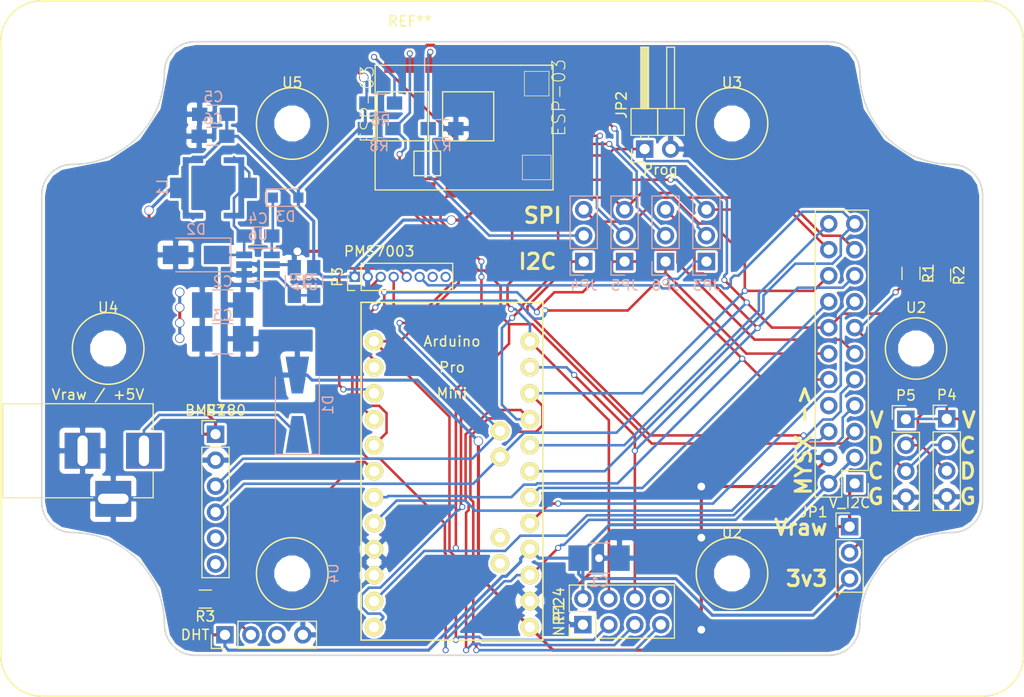
<source format=kicad_pcb>
(kicad_pcb (version 4) (host pcbnew 4.0.5)
  (layers (0 F.Cu signal) (31 B.Cu signal) (34 B.Paste user) (35 F.Paste user) (36 B.SilkS user) (37 F.SilkS user) (38 B.Mask user) (39 F.Mask user) (44 Edge.Cuts user))
  (net 0 "")
  (net 1 +3V3)
  (net 2 GND)
  (net 3 /Vraw)
  (net 4 "Net-(C4-Pad1)")
  (net 5 "Net-(C4-Pad2)")
  (net 6 "Net-(CON1-Pad1)")
  (net 7 "Net-(JP1-Pad2)")
  (net 8 /MYSX_D8_SDA)
  (net 9 /MYSX_D14_CS)
  (net 10 "Net-(JP3-Pad2)")
  (net 11 /MYSX_D4_INT)
  (net 12 /MYSX_D12_MISO)
  (net 13 "Net-(JP4-Pad2)")
  (net 14 /MYSX_D3_INT)
  (net 15 /MYSX_D13_SCLK)
  (net 16 "Net-(JP5-Pad2)")
  (net 17 /MYSX_D5_PWM)
  (net 18 /MYSX_D11_MOSI)
  (net 19 "Net-(JP6-Pad2)")
  (net 20 /MYSX_D6_PWM)
  (net 21 /NRF24_CE)
  (net 22 "Net-(P1-Pad8)")
  (net 23 /DHT_DATA)
  (net 24 "Net-(P2-Pad3)")
  (net 25 /MYSX_RST)
  (net 26 /SS_RX)
  (net 27 /SS_TX)
  (net 28 /MYSX_D15_A5)
  (net 29 "Net-(P3-Pad7)")
  (net 30 "Net-(P3-Pad8)")
  (net 31 /MYSX_D7_SCL)
  (net 32 /MYSX_D1_DFM)
  (net 33 /MYSX_D2_DTM)
  (net 34 /MYSX_LEGACY_ID)
  (net 35 /MYSX_D9_A3)
  (net 36 /MYSX_D10_A4)
  (net 37 /MYSX_D16_A6)
  (net 38 /BMP180_CSB)
  (net 39 /BMP180_SDO)
  (net 40 "Net-(R4-Pad2)")
  (net 41 "Net-(U7-Pad7)")
  (net 42 "Net-(U7-Pad2)")
  (module Other:Arduino_Pro_Mini (layer F.Cu) (at 72.74 82.24)
    (fp_text reference U1 hide)
    (fp_text value Arduino_Pro_Micro hide)
    (fp_text user Mini (at -7.62 -22.86) (layer F.SilkS))
    (fp_text user Pro (at -7.62 -25.4) (layer F.SilkS))
    (fp_text user Arduino (at -7.62 -27.94) (layer F.SilkS))
    (pad 34 thru_hole circle (at -2.921 -8.763) (size 1.8 1.8) (drill 1) (layers *.Cu *.Mask F.SilkS))
    (pad 33 thru_hole circle (at -2.921 -6.223) (size 1.8 1.8) (drill 1) (layers *.Cu *.Mask F.SilkS))
    (pad 25 thru_hole circle (at -2.921 -16.637) (size 1.8 1.8) (drill 1) (layers *.Cu *.Mask F.SilkS) (net 8 /MYSX_D8_SDA))
    (pad 26 thru_hole circle (at -2.921 -19.177) (size 1.8 1.8) (drill 1) (layers *.Cu *.Mask F.SilkS) (net 31 /MYSX_D7_SCL))
    (pad 13 thru_hole circle (at 0 0) (size 1.8 1.8) (drill 1) (layers *.Cu *.Mask F.SilkS) (net 3 /Vraw))
    (pad 14 thru_hole circle (at 0 -2.54) (size 1.8 1.8) (drill 1) (layers *.Cu *.Mask F.SilkS) (net 2 GND))
    (pad 16 thru_hole circle (at 0 -7.62) (size 1.8 1.8) (drill 1) (layers *.Cu *.Mask F.SilkS) (net 1 +3V3))
    (pad 15 thru_hole circle (at 0 -5.08) (size 1.8 1.8) (drill 1) (layers *.Cu *.Mask F.SilkS) (net 25 /MYSX_RST))
    (pad 19 thru_hole circle (at 0 -15.24) (size 1.8 1.8) (drill 1) (layers *.Cu *.Mask F.SilkS) (net 28 /MYSX_D15_A5))
    (pad 20 thru_hole circle (at 0 -17.78) (size 1.8 1.8) (drill 1) (layers *.Cu *.Mask F.SilkS) (net 37 /MYSX_D16_A6))
    (pad 18 thru_hole circle (at 0 -12.7) (size 1.8 1.8) (drill 1) (layers *.Cu *.Mask F.SilkS) (net 36 /MYSX_D10_A4))
    (pad 17 thru_hole circle (at 0 -10.16) (size 1.8 1.8) (drill 1) (layers *.Cu *.Mask F.SilkS) (net 35 /MYSX_D9_A3))
    (pad 21 thru_hole circle (at 0 -20.32) (size 1.8 1.8) (drill 1) (layers *.Cu *.Mask F.SilkS) (net 15 /MYSX_D13_SCLK))
    (pad 22 thru_hole circle (at 0 -22.86) (size 1.8 1.8) (drill 1) (layers *.Cu *.Mask F.SilkS) (net 12 /MYSX_D12_MISO))
    (pad 24 thru_hole circle (at 0 -27.94) (size 1.8 1.8) (drill 1) (layers *.Cu *.Mask F.SilkS) (net 9 /MYSX_D14_CS))
    (pad 23 thru_hole circle (at 0 -25.4) (size 1.8 1.8) (drill 1) (layers *.Cu *.Mask F.SilkS) (net 18 /MYSX_D11_MOSI))
    (pad 2 thru_hole circle (at -15.24 -25.4) (size 1.8 1.8) (drill 1) (layers *.Cu *.Mask F.SilkS) (net 26 /SS_RX))
    (pad 1 thru_hole circle (at -15.24 -27.94) (size 1.8 1.8) (drill 1) (layers *.Cu *.Mask F.SilkS) (net 21 /NRF24_CE))
    (pad 3 thru_hole circle (at -15.24 -22.86) (size 1.8 1.8) (drill 1) (layers *.Cu *.Mask F.SilkS) (net 27 /SS_TX))
    (pad 4 thru_hole circle (at -15.24 -20.32) (size 1.8 1.8) (drill 1) (layers *.Cu *.Mask F.SilkS) (net 20 /MYSX_D6_PWM))
    (pad 8 thru_hole circle (at -15.24 -10.16) (size 1.8 1.8) (drill 1) (layers *.Cu *.Mask F.SilkS) (net 14 /MYSX_D3_INT))
    (pad 7 thru_hole circle (at -15.24 -12.7) (size 1.8 1.8) (drill 1) (layers *.Cu *.Mask F.SilkS) (net 11 /MYSX_D4_INT))
    (pad 5 thru_hole circle (at -15.24 -17.78) (size 1.8 1.8) (drill 1) (layers *.Cu *.Mask F.SilkS) (net 17 /MYSX_D5_PWM))
    (pad 6 thru_hole circle (at -15.24 -15.24) (size 1.8 1.8) (drill 1) (layers *.Cu *.Mask F.SilkS) (net 23 /DHT_DATA))
    (pad 10 thru_hole circle (at -15.24 -5.08) (size 1.8 1.8) (drill 1) (layers *.Cu *.Mask F.SilkS) (net 2 GND))
    (pad 9 thru_hole circle (at -15.24 -7.62) (size 1.8 1.8) (drill 1) (layers *.Cu *.Mask F.SilkS) (net 2 GND))
    (pad 11 thru_hole circle (at -15.24 -2.54) (size 1.8 1.8) (drill 1) (layers *.Cu *.Mask F.SilkS) (net 33 /MYSX_D2_DTM))
    (pad 12 thru_hole circle (at -15.24 0) (size 1.8 1.8) (drill 1) (layers *.Cu *.Mask F.SilkS) (net 32 /MYSX_D1_DFM))
  )
  (module Pin_Headers:Pin_Header_Straight_1x03_Pitch2.54mm (layer B.Cu) (at 78 46.5)
    (fp_text reference JP4 (at 0 2.33) (layer B.SilkS) (effects (justify mirror)))
    (fp_text value Jumper_NC_Dual)
    (pad 1 thru_hole rect (at 0 0) (size 1.7 1.7) (drill 1) (layers *.Cu *.Mask) (net 14 /MYSX_D3_INT))
    (pad 2 thru_hole oval (at 0 -2.54) (size 1.7 1.7) (drill 1) (layers *.Cu *.Mask) (net 13 "Net-(JP4-Pad2)"))
    (pad 3 thru_hole oval (at 0 -5.08) (size 1.7 1.7) (drill 1) (layers *.Cu *.Mask) (net 12 /MYSX_D12_MISO))
  )
  (module Mounting_Holes:MountingHole_3mm (layer B.Cu) (at 49.5 77 90)
    (fp_text reference U4 (at 0 4 90) (layer B.SilkS) (effects (justify mirror)))
    (fp_text value M3_Mounting_hole)
    (pad 1 np_thru_hole circle (at 0 0 90) (size 3 3) (drill 3) (layers *.Cu *.Mask))
  )
  (module Mounting_Holes:MountingHole_3mm (layer F.Cu) (at 110.5 55)
    (fp_text reference U2 (at 0 -4) (layer F.SilkS))
    (fp_text value M3_Mounting_hole)
    (pad 1 np_thru_hole circle (at 0 0) (size 3 3) (drill 3) (layers *.Cu *.Mask))
  )
  (module Resistors_SMD:R_1210_HandSoldering (layer B.Cu) (at 79.5 75.5)
    (fp_text reference C1 (at 0 2.3) (layer B.SilkS) (effects (justify mirror)))
    (fp_text value 4u7)
    (pad 1 smd rect (at -2 0) (size 2 2.5) (layers B.Cu B.Paste B.Mask) (net 1 +3V3))
    (pad 2 smd rect (at 2 0) (size 2 2.5) (layers B.Cu B.Paste B.Mask) (net 2 GND))
  )
  (module Resistors_SMD:R_1210_HandSoldering (layer B.Cu) (at 42.7 50.75 180)
    (fp_text reference C2 (at 0 2.3 180) (layer B.SilkS) (effects (justify mirror)))
    (fp_text value 4u7)
    (pad 1 smd rect (at -2 0 180) (size 2 2.5) (layers B.Cu B.Paste B.Mask) (net 3 /Vraw))
    (pad 2 smd rect (at 2 0 180) (size 2 2.5) (layers B.Cu B.Paste B.Mask) (net 2 GND))
  )
  (module Resistors_SMD:R_1210_HandSoldering (layer B.Cu) (at 42.7 54.05 180)
    (fp_text reference C3 (at 0 2.3 180) (layer B.SilkS) (effects (justify mirror)))
    (fp_text value 4u7)
    (pad 1 smd rect (at -2 0 180) (size 2 2.5) (layers B.Cu B.Paste B.Mask) (net 3 /Vraw))
    (pad 2 smd rect (at 2 0 180) (size 2 2.5) (layers B.Cu B.Paste B.Mask) (net 2 GND))
  )
  (module Resistors_SMD:R_0805_HandSoldering (layer B.Cu) (at 46.15 44 180)
    (fp_text reference C4 (at 0 1.7 180) (layer B.SilkS) (effects (justify mirror)))
    (fp_text value "100 nF")
    (pad 1 smd rect (at -1.35 0 180) (size 1.5 1.3) (layers B.Cu B.Paste B.Mask) (net 4 "Net-(C4-Pad1)"))
    (pad 2 smd rect (at 1.35 0 180) (size 1.5 1.3) (layers B.Cu B.Paste B.Mask) (net 5 "Net-(C4-Pad2)"))
  )
  (module Resistors_SMD:R_0805_HandSoldering (layer B.Cu) (at 41.8 32.1 180)
    (fp_text reference C5 (at 0 1.7 180) (layer B.SilkS) (effects (justify mirror)))
    (fp_text value 10u)
    (pad 1 smd rect (at -1.35 0 180) (size 1.5 1.3) (layers B.Cu B.Paste B.Mask) (net 1 +3V3))
    (pad 2 smd rect (at 1.35 0 180) (size 1.5 1.3) (layers B.Cu B.Paste B.Mask) (net 2 GND))
  )
  (module Resistors_SMD:R_0805_HandSoldering (layer B.Cu) (at 41.75 34.25 180)
    (fp_text reference C6 (at 0 1.7 180) (layer B.SilkS) (effects (justify mirror)))
    (fp_text value 10u)
    (pad 1 smd rect (at -1.35 0 180) (size 1.5 1.3) (layers B.Cu B.Paste B.Mask) (net 1 +3V3))
    (pad 2 smd rect (at 1.35 0 180) (size 1.5 1.3) (layers B.Cu B.Paste B.Mask) (net 2 GND))
  )
  (module Connectors:BARREL_JACK (layer F.Cu) (at 35 65)
    (fp_text reference "Vraw / +5V" (at -4.5 -5.5) (layer F.SilkS))
    (fp_text value BARREL_JACK)
    (pad 1 thru_hole rect (at 0 0) (size 3.5 3.5) (drill oval 1 3) (layers *.Cu *.Mask) (net 6 "Net-(CON1-Pad1)"))
    (pad 2 thru_hole rect (at -6 0) (size 3.5 3.5) (drill oval 1 3) (layers *.Cu *.Mask) (net 2 GND))
    (pad 3 thru_hole rect (at -3 4.7) (size 3.5 3.5) (drill oval 3 1) (layers *.Cu *.Mask) (net 2 GND))
  )
  (module Diodes_SMD:D_SMA-SMB_Universal_Handsoldering (layer B.Cu) (at 50 60.5 90)
    (fp_text reference D1 (at 0 3 90) (layer B.SilkS) (effects (justify mirror)))
    (fp_text value DIODE)
    (pad 1 smd trapezoid (at -2.9 0 90) (size 3.6 1.7) (rect_delta 0.6 0) (layers B.Cu B.Paste B.Mask) (net 6 "Net-(CON1-Pad1)"))
    (pad 2 smd trapezoid (at 2.9 0 270) (size 3.6 1.7) (rect_delta 0.6 0) (layers B.Cu B.Paste B.Mask) (net 3 /Vraw))
  )
  (module Diodes_SMD:D_SMA (layer B.Cu) (at 40.1 45.85 180)
    (fp_text reference D2 (at 0 2.5 180) (layer B.SilkS) (effects (justify mirror)))
    (fp_text value B140)
    (pad 1 smd rect (at -2 0 180) (size 2.5 1.8) (layers B.Cu B.Paste B.Mask) (net 5 "Net-(C4-Pad2)"))
    (pad 2 smd rect (at 2 0 180) (size 2.5 1.8) (layers B.Cu B.Paste B.Mask) (net 2 GND))
  )
  (module Diodes_SMD:D_SOD-323_HandSoldering (layer B.Cu) (at 48.85 40.25)
    (fp_text reference D3 (at 0 1.85) (layer B.SilkS) (effects (justify mirror)))
    (fp_text value 1N4148)
    (pad 1 smd rect (at -1.25 0) (size 1 1) (layers B.Cu B.Paste B.Mask) (net 4 "Net-(C4-Pad1)"))
    (pad 2 smd rect (at 1.25 0) (size 1 1) (layers B.Cu B.Paste B.Mask) (net 1 +3V3))
  )
  (module Pin_Headers:Pin_Header_Angled_1x02_Pitch2.54mm (layer F.Cu) (at 83.96 35.5 90)
    (fp_text reference JP2 (at 4.315 -2.27 90) (layer F.SilkS))
    (fp_text value Jumper)
    (fp_text user Prog (at -2 1.54 180) (layer F.SilkS))
    (pad 1 thru_hole rect (at 0 0 90) (size 1.7 1.7) (drill 1) (layers *.Cu *.Mask) (net 8 /MYSX_D8_SDA))
    (pad 2 thru_hole oval (at 0 2.54 90) (size 1.7 1.7) (drill 1) (layers *.Cu *.Mask) (net 2 GND))
  )
  (module Other:L_Coilcraft_MSS6132 (layer B.Cu) (at 41.8 39.3 90)
    (fp_text reference L1 (at 0 -5 90) (layer B.SilkS) (effects (justify mirror)))
    (fp_text value "15 μH")
    (pad 1 smd rect (at 0 3 90) (size 6 0.575) (drill (offset 0 -0.2875)) (layers B.Cu B.Paste B.Mask) (net 5 "Net-(C4-Pad2)"))
    (pad 2 smd rect (at 0 -3 90) (size 6 0.575) (drill (offset 0 0.2875)) (layers B.Cu B.Paste B.Mask) (net 1 +3V3))
    (pad 1 smd rect (at -3 2 90) (size 0.575 2) (drill (offset 0.2875 0)) (layers B.Cu B.Paste B.Mask) (net 5 "Net-(C4-Pad2)"))
    (pad 1 smd rect (at 3 2 90) (size 0.575 2) (drill (offset -0.2875 0)) (layers B.Cu B.Paste B.Mask) (net 5 "Net-(C4-Pad2)"))
    (pad 2 smd rect (at 3 -2 90) (size 0.575 2) (drill (offset -0.2875 0)) (layers B.Cu B.Paste B.Mask) (net 1 +3V3))
    (pad 2 smd rect (at -3 -2 90) (size 0.575 2) (drill (offset 0.2875 0)) (layers B.Cu B.Paste B.Mask) (net 1 +3V3))
    (pad 2 smd rect (at 0 -3.5 90) (size 2 1.5) (layers B.Cu B.Paste B.Mask) (net 1 +3V3))
    (pad 1 smd rect (at 0 3.5 90) (size 2 1.5) (layers B.Cu B.Paste B.Mask) (net 5 "Net-(C4-Pad2)"))
  )
  (module Pin_Headers:Pin_Header_Straight_2x04_Pitch2.54mm (layer F.Cu) (at 77.92 82 90)
    (fp_text reference P1 (at 1.27 -2.33 90) (layer F.SilkS))
    (fp_text value CONN_02X04)
    (fp_text user NRF24 (at 1.27 -2.33 90) (layer F.SilkS))
    (pad 1 thru_hole rect (at 0 0 90) (size 1.7 1.7) (drill 1) (layers *.Cu *.Mask) (net 2 GND))
    (pad 2 thru_hole oval (at 2.54 0 90) (size 1.7 1.7) (drill 1) (layers *.Cu *.Mask) (net 1 +3V3))
    (pad 3 thru_hole oval (at 0 2.54 90) (size 1.7 1.7) (drill 1) (layers *.Cu *.Mask) (net 21 /NRF24_CE))
    (pad 4 thru_hole oval (at 2.54 2.54 90) (size 1.7 1.7) (drill 1) (layers *.Cu *.Mask) (net 9 /MYSX_D14_CS))
    (pad 5 thru_hole oval (at 0 5.08 90) (size 1.7 1.7) (drill 1) (layers *.Cu *.Mask) (net 15 /MYSX_D13_SCLK))
    (pad 6 thru_hole oval (at 2.54 5.08 90) (size 1.7 1.7) (drill 1) (layers *.Cu *.Mask) (net 18 /MYSX_D11_MOSI))
    (pad 7 thru_hole oval (at 0 7.62 90) (size 1.7 1.7) (drill 1) (layers *.Cu *.Mask) (net 12 /MYSX_D12_MISO))
    (pad 8 thru_hole oval (at 2.54 7.62 90) (size 1.7 1.7) (drill 1) (layers *.Cu *.Mask) (net 22 "Net-(P1-Pad8)"))
  )
  (module Pin_Headers:Pin_Header_Straight_1x04_Pitch2.54mm (layer F.Cu) (at 42.92 83 90)
    (fp_text reference P2 hide)
    (fp_text value CONN_01X03)
    (fp_text user DHT (at 0 -2.92 180) (layer F.SilkS))
    (pad 1 thru_hole rect (at 0 0 90) (size 1.7 1.7) (drill 1) (layers *.Cu *.Mask) (net 1 +3V3))
    (pad 2 thru_hole oval (at 0 2.54 90) (size 1.7 1.7) (drill 1) (layers *.Cu *.Mask) (net 23 /DHT_DATA))
    (pad 3 thru_hole oval (at 0 5.08 90) (size 1.7 1.7) (drill 1) (layers *.Cu *.Mask) (net 24 "Net-(P2-Pad3)"))
    (pad 4 thru_hole oval (at 0 7.62 90) (size 1.7 1.7) (drill 1) (layers *.Cu *.Mask) (net 2 GND))
  )
  (module Pin_Headers:Pin_Header_Straight_1x04_Pitch2.54mm (layer F.Cu) (at 113.5 61.88)
    (fp_text reference P4 (at 0 -2.33) (layer F.SilkS))
    (fp_text value CONN_01X04)
    (pad 1 thru_hole rect (at 0 0) (size 1.7 1.7) (drill 1) (layers *.Cu *.Mask) (net 7 "Net-(JP1-Pad2)"))
    (pad 2 thru_hole oval (at 0 2.54) (size 1.7 1.7) (drill 1) (layers *.Cu *.Mask) (net 31 /MYSX_D7_SCL))
    (pad 3 thru_hole oval (at 0 5.08) (size 1.7 1.7) (drill 1) (layers *.Cu *.Mask) (net 8 /MYSX_D8_SDA))
    (pad 4 thru_hole oval (at 0 7.62) (size 1.7 1.7) (drill 1) (layers *.Cu *.Mask) (net 2 GND))
  )
  (module Pin_Headers:Pin_Header_Straight_1x04_Pitch2.54mm (layer F.Cu) (at 109.5 61.92)
    (fp_text reference P5 (at 0 -2.33) (layer F.SilkS))
    (fp_text value CONN_01X04)
    (pad 1 thru_hole rect (at 0 0) (size 1.7 1.7) (drill 1) (layers *.Cu *.Mask) (net 7 "Net-(JP1-Pad2)"))
    (pad 2 thru_hole oval (at 0 2.54) (size 1.7 1.7) (drill 1) (layers *.Cu *.Mask) (net 8 /MYSX_D8_SDA))
    (pad 3 thru_hole oval (at 0 5.08) (size 1.7 1.7) (drill 1) (layers *.Cu *.Mask) (net 31 /MYSX_D7_SCL))
    (pad 4 thru_hole oval (at 0 7.62) (size 1.7 1.7) (drill 1) (layers *.Cu *.Mask) (net 2 GND))
  )
  (module Pin_Headers:Pin_Header_Straight_2x11_Pitch2.54mm (layer F.Cu) (at 104.5 68.2 180)
    (fp_text reference P6 hide)
    (fp_text value CONN_02X11)
    (pad 1 thru_hole rect (at 0 0 180) (size 1.7 1.7) (drill 1) (layers *.Cu *.Mask) (net 3 /Vraw))
    (pad 2 thru_hole oval (at 2.54 0 180) (size 1.7 1.7) (drill 1) (layers *.Cu *.Mask) (net 1 +3V3))
    (pad 3 thru_hole oval (at 0 2.54 180) (size 1.7 1.7) (drill 1) (layers *.Cu *.Mask) (net 1 +3V3))
    (pad 4 thru_hole oval (at 2.54 2.54 180) (size 1.7 1.7) (drill 1) (layers *.Cu *.Mask) (net 2 GND))
    (pad 5 thru_hole oval (at 0 5.08 180) (size 1.7 1.7) (drill 1) (layers *.Cu *.Mask) (net 32 /MYSX_D1_DFM))
    (pad 6 thru_hole oval (at 2.54 5.08 180) (size 1.7 1.7) (drill 1) (layers *.Cu *.Mask) (net 33 /MYSX_D2_DTM))
    (pad 7 thru_hole oval (at 0 7.62 180) (size 1.7 1.7) (drill 1) (layers *.Cu *.Mask) (net 25 /MYSX_RST))
    (pad 8 thru_hole oval (at 2.54 7.62 180) (size 1.7 1.7) (drill 1) (layers *.Cu *.Mask) (net 34 /MYSX_LEGACY_ID))
    (pad 9 thru_hole oval (at 0 10.16 180) (size 1.7 1.7) (drill 1) (layers *.Cu *.Mask) (net 14 /MYSX_D3_INT))
    (pad 10 thru_hole oval (at 2.54 10.16 180) (size 1.7 1.7) (drill 1) (layers *.Cu *.Mask) (net 11 /MYSX_D4_INT))
    (pad 11 thru_hole oval (at 0 12.7 180) (size 1.7 1.7) (drill 1) (layers *.Cu *.Mask) (net 17 /MYSX_D5_PWM))
    (pad 12 thru_hole oval (at 2.54 12.7 180) (size 1.7 1.7) (drill 1) (layers *.Cu *.Mask) (net 20 /MYSX_D6_PWM))
    (pad 13 thru_hole oval (at 0 15.24 180) (size 1.7 1.7) (drill 1) (layers *.Cu *.Mask) (net 31 /MYSX_D7_SCL))
    (pad 14 thru_hole oval (at 2.54 15.24 180) (size 1.7 1.7) (drill 1) (layers *.Cu *.Mask) (net 8 /MYSX_D8_SDA))
    (pad 15 thru_hole oval (at 0 17.78 180) (size 1.7 1.7) (drill 1) (layers *.Cu *.Mask) (net 35 /MYSX_D9_A3))
    (pad 16 thru_hole oval (at 2.54 17.78 180) (size 1.7 1.7) (drill 1) (layers *.Cu *.Mask) (net 36 /MYSX_D10_A4))
    (pad 17 thru_hole oval (at 0 20.32 180) (size 1.7 1.7) (drill 1) (layers *.Cu *.Mask) (net 18 /MYSX_D11_MOSI))
    (pad 18 thru_hole oval (at 2.54 20.32 180) (size 1.7 1.7) (drill 1) (layers *.Cu *.Mask) (net 12 /MYSX_D12_MISO))
    (pad 19 thru_hole oval (at 0 22.86 180) (size 1.7 1.7) (drill 1) (layers *.Cu *.Mask) (net 15 /MYSX_D13_SCLK))
    (pad 20 thru_hole oval (at 2.54 22.86 180) (size 1.7 1.7) (drill 1) (layers *.Cu *.Mask) (net 9 /MYSX_D14_CS))
    (pad 21 thru_hole oval (at 0 25.4 180) (size 1.7 1.7) (drill 1) (layers *.Cu *.Mask) (net 28 /MYSX_D15_A5))
    (pad 22 thru_hole oval (at 2.54 25.4 180) (size 1.7 1.7) (drill 1) (layers *.Cu *.Mask) (net 37 /MYSX_D16_A6))
  )
  (module Pin_Headers:Pin_Header_Straight_1x06_Pitch2.54mm (layer F.Cu) (at 42 63.38)
    (fp_text reference P7 (at 0 -2.33) (layer F.SilkS))
    (fp_text value CONN_01X06)
    (fp_text user BMS180 (at 0 -2.33) (layer F.SilkS))
    (pad 1 thru_hole rect (at 0 0) (size 1.7 1.7) (drill 1) (layers *.Cu *.Mask) (net 1 +3V3))
    (pad 2 thru_hole oval (at 0 2.54) (size 1.7 1.7) (drill 1) (layers *.Cu *.Mask) (net 2 GND))
    (pad 3 thru_hole oval (at 0 5.08) (size 1.7 1.7) (drill 1) (layers *.Cu *.Mask) (net 31 /MYSX_D7_SCL))
    (pad 4 thru_hole oval (at 0 7.62) (size 1.7 1.7) (drill 1) (layers *.Cu *.Mask) (net 8 /MYSX_D8_SDA))
    (pad 5 thru_hole oval (at 0 10.16) (size 1.7 1.7) (drill 1) (layers *.Cu *.Mask) (net 38 /BMP180_CSB))
    (pad 6 thru_hole oval (at 0 12.7) (size 1.7 1.7) (drill 1) (layers *.Cu *.Mask) (net 39 /BMP180_SDO))
  )
  (module Resistors_SMD:R_0805_HandSoldering (layer F.Cu) (at 110 47.65 270)
    (fp_text reference R1 (at 0 -1.7 270) (layer F.SilkS))
    (fp_text value R)
    (pad 1 smd rect (at -1.35 0 270) (size 1.5 1.3) (layers F.Cu F.Paste F.Mask) (net 7 "Net-(JP1-Pad2)"))
    (pad 2 smd rect (at 1.35 0 270) (size 1.5 1.3) (layers F.Cu F.Paste F.Mask) (net 31 /MYSX_D7_SCL))
  )
  (module Resistors_SMD:R_0805_HandSoldering (layer F.Cu) (at 113 47.85 270)
    (fp_text reference R2 (at 0 -1.7 270) (layer F.SilkS))
    (fp_text value R)
    (pad 1 smd rect (at -1.35 0 270) (size 1.5 1.3) (layers F.Cu F.Paste F.Mask) (net 7 "Net-(JP1-Pad2)"))
    (pad 2 smd rect (at 1.35 0 270) (size 1.5 1.3) (layers F.Cu F.Paste F.Mask) (net 8 /MYSX_D8_SDA))
  )
  (module Resistors_SMD:R_0805_HandSoldering (layer F.Cu) (at 41 79.5 180)
    (fp_text reference R3 (at 0 -1.7 180) (layer F.SilkS))
    (fp_text value R)
    (pad 1 smd rect (at -1.35 0 180) (size 1.5 1.3) (layers F.Cu F.Paste F.Mask) (net 23 /DHT_DATA))
    (pad 2 smd rect (at 1.35 0 180) (size 1.5 1.3) (layers F.Cu F.Paste F.Mask) (net 1 +3V3))
  )
  (module Resistors_SMD:R_0805_HandSoldering (layer B.Cu) (at 51.6 48.45 270)
    (fp_text reference R4 (at 0 1.7 270) (layer B.SilkS) (effects (justify mirror)))
    (fp_text value 31k6)
    (pad 1 smd rect (at -1.35 0 270) (size 1.5 1.3) (layers B.Cu B.Paste B.Mask) (net 1 +3V3))
    (pad 2 smd rect (at 1.35 0 270) (size 1.5 1.3) (layers B.Cu B.Paste B.Mask) (net 40 "Net-(R4-Pad2)"))
  )
  (module Resistors_SMD:R_0805_HandSoldering (layer B.Cu) (at 49.7 48.45 90)
    (fp_text reference R5 (at 0 1.7 90) (layer B.SilkS) (effects (justify mirror)))
    (fp_text value 10k)
    (pad 1 smd rect (at -1.35 0 90) (size 1.5 1.3) (layers B.Cu B.Paste B.Mask) (net 40 "Net-(R4-Pad2)"))
    (pad 2 smd rect (at 1.35 0 90) (size 1.5 1.3) (layers B.Cu B.Paste B.Mask) (net 2 GND))
  )
  (module Resistors_SMD:R_0805_HandSoldering (layer B.Cu) (at 58.15 31)
    (fp_text reference R6 (at 0 1.7) (layer B.SilkS) (effects (justify mirror)))
    (fp_text value 12k)
    (pad 1 smd rect (at -1.35 0) (size 1.5 1.3) (layers B.Cu B.Paste B.Mask) (net 1 +3V3))
    (pad 2 smd rect (at 1.35 0) (size 1.5 1.3) (layers B.Cu B.Paste B.Mask) (net 8 /MYSX_D8_SDA))
  )
  (module Resistors_SMD:R_0805_HandSoldering (layer B.Cu) (at 64.15 33.5)
    (fp_text reference R7 (at 0 1.7) (layer B.SilkS) (effects (justify mirror)))
    (fp_text value 12k)
    (pad 1 smd rect (at -1.35 0) (size 1.5 1.3) (layers B.Cu B.Paste B.Mask) (net 13 "Net-(JP4-Pad2)"))
    (pad 2 smd rect (at 1.35 0) (size 1.5 1.3) (layers B.Cu B.Paste B.Mask) (net 2 GND))
  )
  (module Resistors_SMD:R_0805_HandSoldering (layer B.Cu) (at 58 33.5)
    (fp_text reference R8 (at 0 1.7) (layer B.SilkS) (effects (justify mirror)))
    (fp_text value 12k)
    (pad 1 smd rect (at -1.35 0) (size 1.5 1.3) (layers B.Cu B.Paste B.Mask) (net 1 +3V3))
    (pad 2 smd rect (at 1.35 0) (size 1.5 1.3) (layers B.Cu B.Paste B.Mask) (net 31 /MYSX_D7_SCL))
  )
  (module Mounting_Holes:MountingHole_3mm (layer F.Cu) (at 92.5 77)
    (fp_text reference U2 (at 0 -4) (layer F.SilkS))
    (fp_text value M3_Mounting_hole)
    (pad 1 np_thru_hole circle (at 0 0) (size 3 3) (drill 3) (layers *.Cu *.Mask))
  )
  (module Mounting_Holes:MountingHole_3mm (layer F.Cu) (at 92.5 33)
    (fp_text reference U3 (at 0 -4) (layer F.SilkS))
    (fp_text value M3_Mounting_hole)
    (pad 1 np_thru_hole circle (at 0 0) (size 3 3) (drill 3) (layers *.Cu *.Mask))
  )
  (module Mounting_Holes:MountingHole_3mm (layer F.Cu) (at 31.5 55)
    (fp_text reference U4 (at 0 -4) (layer F.SilkS))
    (fp_text value M3_Mounting_hole)
    (pad 1 np_thru_hole circle (at 0 0) (size 3 3) (drill 3) (layers *.Cu *.Mask))
  )
  (module Mounting_Holes:MountingHole_3mm (layer F.Cu) (at 49.5 33)
    (fp_text reference U5 (at 0 -4) (layer F.SilkS))
    (fp_text value M3_Mounting_hole)
    (pad 1 np_thru_hole circle (at 0 0) (size 3 3) (drill 3) (layers *.Cu *.Mask))
  )
  (module TO_SOT_Packages_SMD:SOT-23-6_Handsoldering (layer B.Cu) (at 46.15 46.8 180)
    (fp_text reference U6 (at 0 2.9 180) (layer B.SilkS) (effects (justify mirror)))
    (fp_text value MCP16301)
    (pad 1 smd rect (at -1.35 0.95 180) (size 1.56 0.65) (layers B.Cu B.Paste B.Mask) (net 4 "Net-(C4-Pad1)"))
    (pad 2 smd rect (at -1.35 0 180) (size 1.56 0.65) (layers B.Cu B.Paste B.Mask) (net 2 GND))
    (pad 3 smd rect (at -1.35 -0.95 180) (size 1.56 0.65) (layers B.Cu B.Paste B.Mask) (net 40 "Net-(R4-Pad2)"))
    (pad 4 smd rect (at 1.35 -0.95 180) (size 1.56 0.65) (layers B.Cu B.Paste B.Mask) (net 3 /Vraw))
    (pad 6 smd rect (at 1.35 0.95 180) (size 1.56 0.65) (layers B.Cu B.Paste B.Mask) (net 5 "Net-(C4-Pad2)"))
    (pad 5 smd rect (at 1.35 0 180) (size 1.56 0.65) (layers B.Cu B.Paste B.Mask) (net 3 /Vraw))
  )
  (module ESP8266:ESP-03 (layer F.Cu) (at 71.20194 27.3 270)
    (fp_text reference ESP-03 (at 3.17628 -4.36498 270) (layer F.SilkS) (effects (font (size 1.27 1.27) (thickness 0.1016))))
    (fp_text value ESP-03 (at 3.81128 14.36498 270) (layer F.SilkS) (effects (font (size 1.27 1.27) (thickness 0.1016))))
    (pad 7 smd rect (at 12.2 0.20194 270) (size 1.5 1) (layers F.Cu F.Paste F.Mask) (net 41 "Net-(U7-Pad7)"))
    (pad 6 smd rect (at 12.2 2.20092 270) (size 1.5 1) (layers F.Cu F.Paste F.Mask) (net 1 +3V3))
    (pad 1 smd rect (at 12.2 12.19836 270) (size 1.5 1) (layers F.Cu F.Paste F.Mask) (net 2 GND))
    (pad 14 smd rect (at 0 12.19836 270) (size 1.5 1) (layers F.Cu F.Paste F.Mask) (net 8 /MYSX_D8_SDA))
    (pad 13 smd rect (at 0 10.19938 270) (size 1.5 1) (layers F.Cu F.Paste F.Mask) (net 31 /MYSX_D7_SCL))
    (pad 10 smd rect (at 0 4.20244 270) (size 1.5 1) (layers F.Cu F.Paste F.Mask) (net 10 "Net-(JP3-Pad2)"))
    (pad 11 smd rect (at 0 6.19888 270) (size 1.5 1) (layers F.Cu F.Paste F.Mask) (net 19 "Net-(JP6-Pad2)"))
    (pad 9 smd rect (at 0 2.20092 270) (size 1.5 1) (layers F.Cu F.Paste F.Mask) (net 16 "Net-(JP5-Pad2)"))
    (pad 12 smd rect (at 0 8.19786 270) (size 1.5 1) (layers F.Cu F.Paste F.Mask) (net 13 "Net-(JP4-Pad2)"))
    (pad 5 smd rect (at 12.2 4.20244 270) (size 1.5 1) (layers F.Cu F.Paste F.Mask) (net 21 /NRF24_CE))
    (pad 2 smd rect (at 12.2 10.19938 270) (size 1.5 1) (layers F.Cu F.Paste F.Mask) (net 42 "Net-(U7-Pad2)"))
    (pad 4 smd rect (at 12.2 6.19888 270) (size 1.5 1) (layers F.Cu F.Paste F.Mask) (net 33 /MYSX_D2_DTM))
    (pad 3 smd rect (at 12.2 8.19786 270) (size 1.5 1) (layers F.Cu F.Paste F.Mask) (net 32 /MYSX_D1_DFM))
    (pad 8 smd rect (at 0 0.20194 270) (size 1.5 1) (layers F.Cu F.Paste F.Mask) (net 1 +3V3))
  )
  (module Other:Ebay_enclosure_100x68 (layer F.Cu) (at 24 24)
    (fp_text reference REF** (at 37 -1) (layer F.SilkS))
    (fp_text value Ebay_enclosure_100x68)
    (fp_line (start 1 16) (end 1 46) (layer Edge.Cuts) (width 0.15))
    (fp_line (start 93 16) (end 93 46) (layer Edge.Cuts) (width 0.15))
    (fp_arc (start 90 46) (end 93 46) (angle 90) (layer Edge.Cuts) (width 0.15))
    (fp_arc (start 90 58) (end 81 58) (angle 90) (layer Edge.Cuts) (width 0.15))
    (fp_arc (start 16 58) (end 16 61) (angle 90) (layer Edge.Cuts) (width 0.15))
    (fp_arc (start 4 46) (end 4 49) (angle 90) (layer Edge.Cuts) (width 0.15))
    (fp_arc (start 4 58) (end 4 49) (angle 90) (layer Edge.Cuts) (width 0.15))
    (fp_line (start 78 61) (end 16 61) (layer Edge.Cuts) (width 0.15))
    (fp_arc (start 78 58) (end 81 58) (angle 90) (layer Edge.Cuts) (width 0.15))
    (fp_arc (start 16 4) (end 13 4) (angle 90) (layer Edge.Cuts) (width 0.15))
    (fp_line (start 16 1) (end 78 1) (layer Edge.Cuts) (width 0.15))
    (fp_arc (start 90 4) (end 90 13) (angle 90) (layer Edge.Cuts) (width 0.15))
    (fp_arc (start 90 16) (end 90 13) (angle 90) (layer Edge.Cuts) (width 0.15))
    (fp_arc (start 78 4) (end 78 1) (angle 90) (layer Edge.Cuts) (width 0.15))
    (fp_arc (start 4 4) (end 13 4) (angle 90) (layer Edge.Cuts) (width 0.15))
    (fp_arc (start 4 16) (end 1 16) (angle 90) (layer Edge.Cuts) (width 0.15))
  )
  (module Pin_Headers:Pin_Header_Straight_1x08_Pitch1.27mm (layer F.Cu) (at 55.61 48 90)
    (fp_text reference P3 (at 0 -1.695 90) (layer F.SilkS))
    (fp_text value CONN_01X08)
    (fp_text user PMS7003 (at 2.5 2.39 180) (layer F.SilkS))
    (pad 1 thru_hole rect (at 0 0 90) (size 1 1) (drill 0.65) (layers *.Cu *.Mask) (net 1 +3V3))
    (pad 2 thru_hole oval (at 0 1.27 90) (size 1 1) (drill 0.65) (layers *.Cu *.Mask) (net 2 GND))
    (pad 3 thru_hole oval (at 0 2.54 90) (size 1 1) (drill 0.65) (layers *.Cu *.Mask) (net 25 /MYSX_RST))
    (pad 4 thru_hole oval (at 0 3.81 90) (size 1 1) (drill 0.65) (layers *.Cu *.Mask) (net 26 /SS_RX))
    (pad 5 thru_hole oval (at 0 5.08 90) (size 1 1) (drill 0.65) (layers *.Cu *.Mask) (net 27 /SS_TX))
    (pad 6 thru_hole oval (at 0 6.35 90) (size 1 1) (drill 0.65) (layers *.Cu *.Mask) (net 28 /MYSX_D15_A5))
    (pad 7 thru_hole oval (at 0 7.62 90) (size 1 1) (drill 0.65) (layers *.Cu *.Mask) (net 29 "Net-(P3-Pad7)"))
    (pad 8 thru_hole oval (at 0 8.89 90) (size 1 1) (drill 0.65) (layers *.Cu *.Mask) (net 30 "Net-(P3-Pad8)"))
  )
  (module Pin_Headers:Pin_Header_Straight_1x03_Pitch2.54mm (layer B.Cu) (at 86 46.5)
    (fp_text reference JP6 (at 0 2.33) (layer B.SilkS) (effects (justify mirror)))
    (fp_text value Jumper_NC_Dual)
    (pad 1 thru_hole rect (at 0 0) (size 1.7 1.7) (drill 1) (layers *.Cu *.Mask) (net 20 /MYSX_D6_PWM))
    (pad 2 thru_hole oval (at 0 -2.54) (size 1.7 1.7) (drill 1) (layers *.Cu *.Mask) (net 19 "Net-(JP6-Pad2)"))
    (pad 3 thru_hole oval (at 0 -5.08) (size 1.7 1.7) (drill 1) (layers *.Cu *.Mask) (net 18 /MYSX_D11_MOSI))
  )
  (module Pin_Headers:Pin_Header_Straight_1x03_Pitch2.54mm (layer B.Cu) (at 82 46.5)
    (fp_text reference JP5 (at 0 2.33) (layer B.SilkS) (effects (justify mirror)))
    (fp_text value Jumper_NC_Dual)
    (pad 1 thru_hole rect (at 0 0) (size 1.7 1.7) (drill 1) (layers *.Cu *.Mask) (net 17 /MYSX_D5_PWM))
    (pad 2 thru_hole oval (at 0 -2.54) (size 1.7 1.7) (drill 1) (layers *.Cu *.Mask) (net 16 "Net-(JP5-Pad2)"))
    (pad 3 thru_hole oval (at 0 -5.08) (size 1.7 1.7) (drill 1) (layers *.Cu *.Mask) (net 15 /MYSX_D13_SCLK))
  )
  (module Pin_Headers:Pin_Header_Straight_1x03_Pitch2.54mm (layer B.Cu) (at 90 46.5)
    (fp_text reference JP3 (at 0 2.33) (layer B.SilkS) (effects (justify mirror)))
    (fp_text value Jumper_NC_Dual)
    (pad 1 thru_hole rect (at 0 0) (size 1.7 1.7) (drill 1) (layers *.Cu *.Mask) (net 11 /MYSX_D4_INT))
    (pad 2 thru_hole oval (at 0 -2.54) (size 1.7 1.7) (drill 1) (layers *.Cu *.Mask) (net 10 "Net-(JP3-Pad2)"))
    (pad 3 thru_hole oval (at 0 -5.08) (size 1.7 1.7) (drill 1) (layers *.Cu *.Mask) (net 9 /MYSX_D14_CS))
  )
  (module Pin_Headers:Pin_Header_Straight_1x03_Pitch2.54mm (layer F.Cu) (at 104 72.42)
    (fp_text reference JP1 (at -3.5 -1.42) (layer F.SilkS))
    (fp_text value Jumper_NC_Dual)
    (fp_text user V_I2C (at 0 -2.33) (layer F.SilkS))
    (pad 1 thru_hole rect (at 0 0) (size 1.7 1.7) (drill 1) (layers *.Cu *.Mask) (net 3 /Vraw))
    (pad 2 thru_hole oval (at 0 2.54) (size 1.7 1.7) (drill 1) (layers *.Cu *.Mask) (net 7 "Net-(JP1-Pad2)"))
    (pad 3 thru_hole oval (at 0 5.08) (size 1.7 1.7) (drill 1) (layers *.Cu *.Mask) (net 1 +3V3))
  )
  (gr_text "MYSX ->" (at 99.5 69.5 90) (layer F.SilkS) (effects (font (size 1.5 1.5) (thickness 0.3)) (justify left)))
  (gr_text G (at 116.5 69.5) (layer F.SilkS) (effects (font (size 1.5 1.5) (thickness 0.3)) (justify right)))
  (gr_text C (at 116.5 64.5) (layer F.SilkS) (effects (font (size 1.5 1.5) (thickness 0.3)) (justify right)))
  (gr_text D (at 116.5 67) (layer F.SilkS) (effects (font (size 1.5 1.5) (thickness 0.3)) (justify right)))
  (gr_text V (at 116.5 62) (layer F.SilkS) (effects (font (size 1.5 1.5) (thickness 0.3)) (justify right)))
  (gr_text G (at 107.5 69.5) (layer F.SilkS) (effects (font (size 1.5 1.5) (thickness 0.3)) (justify right)))
  (gr_text C (at 107.5 67) (layer F.SilkS) (effects (font (size 1.5 1.5) (thickness 0.3)) (justify right)))
  (gr_text D (at 107.5 64.5) (layer F.SilkS) (effects (font (size 1.5 1.5) (thickness 0.3)) (justify right)))
  (gr_text V (at 107.5 62) (layer F.SilkS) (effects (font (size 1.5 1.5) (thickness 0.3)) (justify right)))
  (gr_text 3v3 (at 102 77.5) (layer F.SilkS) (effects (font (size 1.5 1.5) (thickness 0.3)) (justify right)))
  (gr_text Vraw (at 102 72.5) (layer F.SilkS) (effects (font (size 1.5 1.5) (thickness 0.3)) (justify right)))
  (gr_text I2C (at 75.5 46.5) (layer F.SilkS) (effects (font (size 1.5 1.5) (thickness 0.3)) (justify right)))
  (gr_text SPI (at 76 42) (layer F.SilkS) (effects (font (size 1.5 1.5) (thickness 0.3)) (justify right)))
  (segment (start 38.5 51) (end 38.5 49.5) (width 0.3048) (layer B.Cu) (net 0))
  (via (at 38.5 49.5) (size 0.9144) (drill 0.762) (layers F.Cu B.Cu) (net 0))
  (segment (start 38.5 52.5) (end 38.5 51) (width 0.3048) (layer F.Cu) (net 0))
  (via (at 38.5 51) (size 0.9144) (drill 0.762) (layers F.Cu B.Cu) (net 0))
  (segment (start 38.5 54) (end 38.5 52.5) (width 0.3048) (layer B.Cu) (net 0))
  (via (at 38.5 52.5) (size 0.9144) (drill 0.762) (layers F.Cu B.Cu) (net 0))
  (via (at 38.5 54) (size 0.9144) (drill 0.762) (layers F.Cu B.Cu) (net 0))
  (segment (start 69.00102 39.75) (end 66.30639 42.44463) (width 0.3048) (layer F.Cu) (net 1))
  (segment (start 69.00102 39.5) (end 69.00102 39.75) (width 0.3048) (layer F.Cu) (net 1))
  (segment (start 64.408791 42.44463) (end 65.055369 42.44463) (width 0.3048) (layer B.Cu) (net 1))
  (via (at 65.055369 42.44463) (size 0.9144) (drill 0.762) (layers F.Cu B.Cu) (net 1))
  (segment (start 55.61 48) (end 55.61 47.1952) (width 0.3048) (layer B.Cu) (net 1))
  (segment (start 55.61 47.1952) (end 60.36057 42.44463) (width 0.3048) (layer B.Cu) (net 1))
  (segment (start 60.36057 42.44463) (end 64.408791 42.44463) (width 0.3048) (layer B.Cu) (net 1))
  (segment (start 66.30639 42.44463) (end 65.701947 42.44463) (width 0.3048) (layer F.Cu) (net 1))
  (segment (start 65.701947 42.44463) (end 65.055369 42.44463) (width 0.3048) (layer F.Cu) (net 1))
  (segment (start 39.8 42.3) (end 38.8 41.3) (width 0.3048) (layer B.Cu) (net 1))
  (segment (start 38.8 41.3) (end 38.8 39.3) (width 0.3048) (layer B.Cu) (net 1))
  (segment (start 39.8 36.3) (end 38.8 37.3) (width 0.3048) (layer B.Cu) (net 1))
  (segment (start 38.8 37.3) (end 38.8 38.8) (width 0.3048) (layer B.Cu) (net 1))
  (segment (start 38.8 38.8) (end 38.8 39.3) (width 0.3048) (layer B.Cu) (net 1))
  (segment (start 56.5 25.5) (end 62.52971 25.5) (width 0.3048) (layer F.Cu) (net 1))
  (segment (start 62.52971 25.5) (end 62.685311 25.344399) (width 0.3048) (layer F.Cu) (net 1))
  (segment (start 56.042801 28.042801) (end 56.042801 25.957199) (width 0.3048) (layer F.Cu) (net 1))
  (segment (start 56.042801 25.957199) (end 56.5 25.5) (width 0.3048) (layer F.Cu) (net 1))
  (segment (start 62.685311 25.344399) (end 63.314689 25.344399) (width 0.3048) (layer F.Cu) (net 1))
  (segment (start 63.314689 25.344399) (end 63.47029 25.5) (width 0.3048) (layer F.Cu) (net 1))
  (segment (start 56.5 28.5) (end 56.042801 28.042801) (width 0.3048) (layer F.Cu) (net 1))
  (segment (start 63.47029 25.5) (end 70.2548 25.5) (width 0.3048) (layer F.Cu) (net 1))
  (segment (start 70.2548 25.5) (end 71 26.2452) (width 0.3048) (layer F.Cu) (net 1))
  (segment (start 71 26.2452) (end 71 27.3) (width 0.3048) (layer F.Cu) (net 1))
  (segment (start 71.840001 75.519999) (end 72.74 74.62) (width 0.3048) (layer B.Cu) (net 1))
  (segment (start 71.840001 75.854289) (end 71.840001 75.519999) (width 0.3048) (layer B.Cu) (net 1))
  (segment (start 70.421689 77.272601) (end 71.840001 75.854289) (width 0.3048) (layer B.Cu) (net 1))
  (segment (start 70.047713 77.272601) (end 70.421689 77.272601) (width 0.3048) (layer B.Cu) (net 1))
  (segment (start 62.820314 84.5) (end 70.047713 77.272601) (width 0.3048) (layer B.Cu) (net 1))
  (segment (start 43.2652 84.5) (end 62.820314 84.5) (width 0.3048) (layer B.Cu) (net 1))
  (segment (start 42.92 84.1548) (end 43.2652 84.5) (width 0.3048) (layer B.Cu) (net 1))
  (segment (start 42.92 83) (end 42.92 84.1548) (width 0.3048) (layer B.Cu) (net 1))
  (segment (start 97.924368 72.235632) (end 80.514368 72.235632) (width 0.3048) (layer B.Cu) (net 1))
  (segment (start 101.96 68.2) (end 97.924368 72.235632) (width 0.3048) (layer B.Cu) (net 1))
  (segment (start 77.5 75.25) (end 77.5 75.5) (width 0.3048) (layer B.Cu) (net 1))
  (segment (start 80.514368 72.235632) (end 77.5 75.25) (width 0.3048) (layer B.Cu) (net 1))
  (segment (start 56.65 33.5) (end 56.0452 33.5) (width 0.3048) (layer B.Cu) (net 1))
  (segment (start 56.0452 33.5) (end 50.1 39.4452) (width 0.3048) (layer B.Cu) (net 1))
  (segment (start 50.1 39.4452) (end 50.1 40.25) (width 0.3048) (layer B.Cu) (net 1))
  (segment (start 56.65 33.5) (end 56.65 31.15) (width 0.3048) (layer B.Cu) (net 1))
  (segment (start 56.65 31.15) (end 56.8 31) (width 0.3048) (layer B.Cu) (net 1))
  (segment (start 35.5 41.5) (end 37.7 39.3) (width 0.3048) (layer B.Cu) (net 1))
  (segment (start 37.7 39.3) (end 38.3 39.3) (width 0.3048) (layer B.Cu) (net 1))
  (segment (start 35.5 55.7252) (end 35.5 41.5) (width 0.3048) (layer F.Cu) (net 1))
  (via (at 35.5 41.5) (size 0.9144) (drill 0.762) (layers F.Cu B.Cu) (net 1))
  (segment (start 42 63.38) (end 42 62.2252) (width 0.3048) (layer F.Cu) (net 1))
  (segment (start 42 62.2252) (end 35.5 55.7252) (width 0.3048) (layer F.Cu) (net 1))
  (segment (start 39.65 79.5) (end 39.65 64.5752) (width 0.3048) (layer F.Cu) (net 1))
  (segment (start 39.65 64.5752) (end 40.8452 63.38) (width 0.3048) (layer F.Cu) (net 1))
  (segment (start 40.8452 63.38) (end 42 63.38) (width 0.3048) (layer F.Cu) (net 1))
  (segment (start 42.92 83) (end 41.7652 83) (width 0.3048) (layer F.Cu) (net 1))
  (segment (start 41.7652 83) (end 39.65 80.8848) (width 0.3048) (layer F.Cu) (net 1))
  (segment (start 39.65 80.8848) (end 39.65 80.4548) (width 0.3048) (layer F.Cu) (net 1))
  (segment (start 39.65 80.4548) (end 39.65 79.5) (width 0.3048) (layer F.Cu) (net 1))
  (segment (start 55.61 48) (end 52.5 48) (width 0.3048) (layer B.Cu) (net 1))
  (segment (start 52.5 48) (end 51.6 47.1) (width 0.3048) (layer B.Cu) (net 1))
  (segment (start 90.58 81.08) (end 100.42 81.08) (width 0.3048) (layer B.Cu) (net 1))
  (segment (start 100.42 81.08) (end 104 77.5) (width 0.3048) (layer B.Cu) (net 1))
  (segment (start 87 77.5) (end 90.58 81.08) (width 0.3048) (layer B.Cu) (net 1))
  (segment (start 77.9452 77.5) (end 87 77.5) (width 0.3048) (layer B.Cu) (net 1))
  (segment (start 77.5 75.5) (end 77.5 77.0548) (width 0.3048) (layer B.Cu) (net 1))
  (segment (start 77.5 77.0548) (end 77.9452 77.5) (width 0.3048) (layer B.Cu) (net 1))
  (segment (start 104.5 65.66) (end 103.650001 66.509999) (width 0.3048) (layer B.Cu) (net 1))
  (segment (start 103.650001 66.509999) (end 101.96 68.2) (width 0.3048) (layer B.Cu) (net 1))
  (segment (start 77.5 75.5) (end 73.62 75.5) (width 0.3048) (layer B.Cu) (net 1))
  (segment (start 73.62 75.5) (end 72.74 74.62) (width 0.3048) (layer B.Cu) (net 1))
  (segment (start 77.92 79.46) (end 77.92 75.92) (width 0.3048) (layer B.Cu) (net 1))
  (segment (start 77.92 75.92) (end 77.5 75.5) (width 0.3048) (layer B.Cu) (net 1))
  (segment (start 56.8 31) (end 56.8 28.8) (width 0.3048) (layer B.Cu) (net 1))
  (segment (start 56.8 28.8) (end 56.5 28.5) (width 0.3048) (layer B.Cu) (net 1))
  (via (at 56.5 28.5) (size 0.9144) (drill 0.762) (layers F.Cu B.Cu) (net 1))
  (segment (start 50.1 40.25) (end 50.1 41.0548) (width 0.3048) (layer B.Cu) (net 1))
  (segment (start 50.1 41.0548) (end 51.6 42.5548) (width 0.3048) (layer B.Cu) (net 1))
  (segment (start 51.6 42.5548) (end 51.6 47.1) (width 0.3048) (layer B.Cu) (net 1))
  (segment (start 43.1 34.25) (end 44.1548 34.25) (width 0.3048) (layer B.Cu) (net 1))
  (segment (start 44.1548 34.25) (end 50.1 40.1952) (width 0.3048) (layer B.Cu) (net 1))
  (segment (start 50.1 40.1952) (end 50.1 40.25) (width 0.3048) (layer B.Cu) (net 1))
  (segment (start 43.1 34.25) (end 43.1 32.15) (width 0.3048) (layer B.Cu) (net 1))
  (segment (start 43.1 32.15) (end 43.15 32.1) (width 0.3048) (layer B.Cu) (net 1))
  (segment (start 39.8 36.3) (end 40.95 36.3) (width 0.3048) (layer B.Cu) (net 1))
  (segment (start 40.95 36.3) (end 43 34.25) (width 0.3048) (layer B.Cu) (net 1))
  (segment (start 43 34.25) (end 43.1 34.25) (width 0.3048) (layer B.Cu) (net 1))
  (segment (start 79.5 75.5) (end 81.5 75.5) (width 0.3048) (layer B.Cu) (net 2))
  (segment (start 76 81.2348) (end 76 79.59571) (width 0.3048) (layer F.Cu) (net 2))
  (segment (start 79.5 76.09571) (end 79.5 75.5) (width 0.3048) (layer F.Cu) (net 2))
  (segment (start 76 79.59571) (end 79.5 76.09571) (width 0.3048) (layer F.Cu) (net 2))
  (via (at 79.5 75.5) (size 0.9144) (drill 0.762) (layers F.Cu B.Cu) (net 2))
  (segment (start 77.92 82) (end 76.7652 82) (width 0.3048) (layer F.Cu) (net 2))
  (segment (start 76.7652 82) (end 76 81.2348) (width 0.3048) (layer F.Cu) (net 2))
  (segment (start 89.5 68.5) (end 99.12 68.5) (width 0.3048) (layer F.Cu) (net 2))
  (segment (start 99.12 68.5) (end 101.96 65.66) (width 0.3048) (layer F.Cu) (net 2))
  (segment (start 89.5 73.5) (end 89.5 82.5) (width 0.3048) (layer F.Cu) (net 2))
  (via (at 89.5 82.5) (size 0.9144) (drill 0.762) (layers F.Cu B.Cu) (net 2))
  (segment (start 89.5 73.5) (end 89.5 68.5) (width 0.3048) (layer F.Cu) (net 2))
  (via (at 89.5 68.5) (size 0.9144) (drill 0.762) (layers F.Cu B.Cu) (net 2))
  (segment (start 89.5 75.5) (end 89.5 73.5) (width 0.3048) (layer B.Cu) (net 2))
  (via (at 89.5 73.5) (size 0.9144) (drill 0.762) (layers F.Cu B.Cu) (net 2))
  (segment (start 81.5 75.5) (end 89.5 75.5) (width 0.3048) (layer B.Cu) (net 2))
  (segment (start 59.00358 39.5) (end 59.00358 39.75) (width 0.3048) (layer F.Cu) (net 2))
  (segment (start 50.646578 45.5) (end 50 45.5) (width 0.3048) (layer F.Cu) (net 2))
  (segment (start 59.00358 39.75) (end 53.25358 45.5) (width 0.3048) (layer F.Cu) (net 2))
  (segment (start 53.25358 45.5) (end 50.646578 45.5) (width 0.3048) (layer F.Cu) (net 2))
  (segment (start 77.92 82) (end 75.04 82) (width 0.3048) (layer B.Cu) (net 2))
  (segment (start 75.04 82) (end 72.74 79.7) (width 0.3048) (layer B.Cu) (net 2))
  (segment (start 49.7 47.1) (end 49.7 45.8) (width 0.3048) (layer B.Cu) (net 2))
  (segment (start 49.7 45.8) (end 50 45.5) (width 0.3048) (layer B.Cu) (net 2))
  (via (at 50 45.5) (size 0.9144) (drill 0.762) (layers F.Cu B.Cu) (net 2))
  (segment (start 47.5 46.8) (end 49.4 46.8) (width 0.3048) (layer B.Cu) (net 2))
  (segment (start 49.4 46.8) (end 49.7 47.1) (width 0.3048) (layer B.Cu) (net 2))
  (segment (start 67.249476 63.607387) (end 67.706675 64.064586) (width 0.3048) (layer B.Cu) (net 3))
  (segment (start 50 57.6) (end 50.95 57.6) (width 0.3048) (layer B.Cu) (net 3))
  (segment (start 67.706675 64.711164) (end 67.706675 64.064586) (width 0.3048) (layer F.Cu) (net 3))
  (segment (start 72.74 82.24) (end 67.706675 77.206675) (width 0.3048) (layer F.Cu) (net 3))
  (segment (start 50.95 57.6) (end 51.445601 58.095601) (width 0.3048) (layer B.Cu) (net 3))
  (segment (start 61.73769 58.095601) (end 67.249476 63.607387) (width 0.3048) (layer B.Cu) (net 3))
  (via (at 67.706675 64.064586) (size 0.9144) (drill 0.762) (layers F.Cu B.Cu) (net 3))
  (segment (start 51.445601 58.095601) (end 61.73769 58.095601) (width 0.3048) (layer B.Cu) (net 3))
  (segment (start 67.706675 77.206675) (end 67.706675 64.711164) (width 0.3048) (layer F.Cu) (net 3))
  (segment (start 104 72.42) (end 104 68.7) (width 0.3048) (layer F.Cu) (net 3))
  (segment (start 104 68.7) (end 104.5 68.2) (width 0.3048) (layer F.Cu) (net 3))
  (segment (start 98.5 84.5) (end 102.794399 80.205601) (width 0.3048) (layer F.Cu) (net 3))
  (segment (start 102.794399 80.205601) (end 102.794399 72.470801) (width 0.3048) (layer F.Cu) (net 3))
  (segment (start 102.794399 72.470801) (end 102.8452 72.42) (width 0.3048) (layer F.Cu) (net 3))
  (segment (start 102.8452 72.42) (end 104 72.42) (width 0.3048) (layer F.Cu) (net 3))
  (segment (start 75 84.5) (end 98.5 84.5) (width 0.3048) (layer F.Cu) (net 3))
  (segment (start 72.74 82.24) (end 75 84.5) (width 0.3048) (layer F.Cu) (net 3))
  (segment (start 44.7 50.75) (end 44.7 54.05) (width 0.3048) (layer B.Cu) (net 3))
  (segment (start 44.8 47.75) (end 44.8 50.65) (width 0.3048) (layer B.Cu) (net 3))
  (segment (start 44.8 50.65) (end 44.7 50.75) (width 0.3048) (layer B.Cu) (net 3))
  (segment (start 44.8 46.8) (end 44.8 47.75) (width 0.3048) (layer B.Cu) (net 3))
  (segment (start 47.5 45.85) (end 47.5 44) (width 0.25) (layer B.Cu) (net 4))
  (segment (start 47.6 40.25) (end 47.6 43.9) (width 0.25) (layer B.Cu) (net 4))
  (segment (start 47.6 43.9) (end 47.5 44) (width 0.25) (layer B.Cu) (net 4))
  (segment (start 43.8 36.3) (end 45.3 37.8) (width 0.25) (layer B.Cu) (net 5))
  (segment (start 45.3 37.8) (end 45.3 39.3) (width 0.25) (layer B.Cu) (net 5))
  (segment (start 43.8 42.3) (end 43.8 40.3) (width 0.25) (layer B.Cu) (net 5))
  (segment (start 43.8 40.3) (end 44.8 39.3) (width 0.25) (layer B.Cu) (net 5))
  (segment (start 44.8 44) (end 44.8 45.85) (width 0.25) (layer B.Cu) (net 5))
  (segment (start 43.8 42.3) (end 43.8 43) (width 0.25) (layer B.Cu) (net 5))
  (segment (start 43.8 43) (end 44.8 44) (width 0.25) (layer B.Cu) (net 5))
  (segment (start 42.1 45.85) (end 44.8 45.85) (width 0.25) (layer B.Cu) (net 5))
  (segment (start 36.5 61.5) (end 48.1 61.5) (width 0.25) (layer B.Cu) (net 6))
  (segment (start 48.1 61.5) (end 50 63.4) (width 0.25) (layer B.Cu) (net 6))
  (segment (start 35 65) (end 35 63) (width 0.25) (layer B.Cu) (net 6))
  (segment (start 35 63) (end 36.5 61.5) (width 0.25) (layer B.Cu) (net 6))
  (segment (start 113 46.5) (end 110.2 46.5) (width 0.25) (layer F.Cu) (net 7))
  (segment (start 110.2 46.5) (end 110 46.3) (width 0.25) (layer F.Cu) (net 7))
  (segment (start 115 59.28) (end 115 48.6) (width 0.25) (layer F.Cu) (net 7))
  (segment (start 115 48.6) (end 113 46.6) (width 0.25) (layer F.Cu) (net 7))
  (segment (start 113 46.6) (end 113 46.5) (width 0.25) (layer F.Cu) (net 7))
  (segment (start 113.5 61.88) (end 113.5 60.78) (width 0.25) (layer F.Cu) (net 7))
  (segment (start 113.5 60.78) (end 115 59.28) (width 0.25) (layer F.Cu) (net 7))
  (segment (start 113.5 72.5) (end 106.46 72.5) (width 0.25) (layer F.Cu) (net 7))
  (segment (start 106.46 72.5) (end 104 74.96) (width 0.25) (layer F.Cu) (net 7))
  (segment (start 116 70) (end 113.5 72.5) (width 0.25) (layer F.Cu) (net 7))
  (segment (start 116 63.28) (end 116 70) (width 0.25) (layer F.Cu) (net 7))
  (segment (start 113.5 61.88) (end 114.6 61.88) (width 0.25) (layer F.Cu) (net 7))
  (segment (start 114.6 61.88) (end 116 63.28) (width 0.25) (layer F.Cu) (net 7))
  (segment (start 113.5 61.88) (end 109.54 61.88) (width 0.25) (layer B.Cu) (net 7))
  (segment (start 109.54 61.88) (end 109.5 61.92) (width 0.25) (layer B.Cu) (net 7))
  (segment (start 96.402811 52.96) (end 93.942811 50.5) (width 0.25) (layer F.Cu) (net 8))
  (segment (start 93.942811 50.5) (end 92.049987 48.607176) (width 0.25) (layer F.Cu) (net 8))
  (segment (start 69.819 65.603) (end 72.187001 63.234999) (width 0.25) (layer B.Cu) (net 8))
  (via (at 93.942811 50.5) (size 0.6) (drill 0.4) (layers F.Cu B.Cu) (net 8))
  (segment (start 72.187001 63.234999) (end 81.207812 63.234999) (width 0.25) (layer B.Cu) (net 8))
  (segment (start 81.207812 63.234999) (end 93.942811 50.5) (width 0.25) (layer B.Cu) (net 8))
  (segment (start 92 40.5) (end 92 47.632901) (width 0.25) (layer B.Cu) (net 8))
  (segment (start 91.749988 47.882913) (end 91.749988 48.307177) (width 0.25) (layer B.Cu) (net 8))
  (segment (start 83.96 35.5) (end 83.96 36.6) (width 0.25) (layer B.Cu) (net 8))
  (segment (start 92.049987 48.607176) (end 91.749988 48.307177) (width 0.25) (layer F.Cu) (net 8))
  (segment (start 101.96 52.96) (end 96.402811 52.96) (width 0.25) (layer F.Cu) (net 8))
  (segment (start 88.178201 36.678201) (end 92 40.5) (width 0.25) (layer B.Cu) (net 8))
  (segment (start 92 47.632901) (end 91.749988 47.882913) (width 0.25) (layer B.Cu) (net 8))
  (segment (start 83.96 36.6) (end 84.038201 36.678201) (width 0.25) (layer B.Cu) (net 8))
  (via (at 91.749988 48.307177) (size 0.6) (drill 0.4) (layers F.Cu B.Cu) (net 8))
  (segment (start 84.038201 36.678201) (end 88.178201 36.678201) (width 0.25) (layer B.Cu) (net 8))
  (segment (start 80.925004 35.5) (end 80.300002 36.125002) (width 0.25) (layer F.Cu) (net 8))
  (segment (start 67.125002 36.125002) (end 57.799999 26.799999) (width 0.25) (layer F.Cu) (net 8))
  (segment (start 57.799999 26.799999) (end 57.5 26.5) (width 0.25) (layer F.Cu) (net 8))
  (segment (start 83.96 35.5) (end 80.925004 35.5) (width 0.25) (layer F.Cu) (net 8))
  (segment (start 80.300002 36.125002) (end 67.125002 36.125002) (width 0.25) (layer F.Cu) (net 8))
  (segment (start 69.819 65.603) (end 67.196999 68.225001) (width 0.25) (layer B.Cu) (net 8))
  (segment (start 67.196999 68.225001) (end 44.774999 68.225001) (width 0.25) (layer B.Cu) (net 8))
  (segment (start 44.774999 68.225001) (end 42.849999 70.150001) (width 0.25) (layer B.Cu) (net 8))
  (segment (start 42.849999 70.150001) (end 42 71) (width 0.25) (layer B.Cu) (net 8))
  (segment (start 113 49.2) (end 113 50.2) (width 0.25) (layer F.Cu) (net 8))
  (segment (start 113 50.2) (end 111.604999 51.595001) (width 0.25) (layer F.Cu) (net 8))
  (segment (start 111.604999 51.595001) (end 103.324999 51.595001) (width 0.25) (layer F.Cu) (net 8))
  (segment (start 103.324999 51.595001) (end 102.809999 52.110001) (width 0.25) (layer F.Cu) (net 8))
  (segment (start 102.809999 52.110001) (end 101.96 52.96) (width 0.25) (layer F.Cu) (net 8))
  (segment (start 109.5 64.46) (end 111 64.46) (width 0.25) (layer F.Cu) (net 8))
  (segment (start 111 64.46) (end 113.5 66.96) (width 0.25) (layer F.Cu) (net 8))
  (segment (start 114 58.5) (end 110.675001 61.824999) (width 0.25) (layer F.Cu) (net 8))
  (segment (start 110.675001 61.824999) (end 110.675001 63.284999) (width 0.25) (layer F.Cu) (net 8))
  (segment (start 110.675001 63.284999) (end 110.349999 63.610001) (width 0.25) (layer F.Cu) (net 8))
  (segment (start 110.349999 63.610001) (end 109.5 64.46) (width 0.25) (layer F.Cu) (net 8))
  (segment (start 114 50.3) (end 114 58.5) (width 0.25) (layer F.Cu) (net 8))
  (segment (start 113 49.2) (end 113 49.3) (width 0.25) (layer F.Cu) (net 8))
  (segment (start 113 49.3) (end 114 50.3) (width 0.25) (layer F.Cu) (net 8))
  (segment (start 57.5 26.5) (end 59.5 28.5) (width 0.25) (layer B.Cu) (net 8))
  (segment (start 59.5 28.5) (end 59.5 31) (width 0.25) (layer B.Cu) (net 8))
  (segment (start 59.00358 27.3) (end 58.3 27.3) (width 0.25) (layer F.Cu) (net 8))
  (segment (start 58.3 27.3) (end 57.5 26.5) (width 0.25) (layer F.Cu) (net 8))
  (via (at 57.5 26.5) (size 0.6) (drill 0.4) (layers F.Cu B.Cu) (net 8))
  (segment (start 72.74 52.573681) (end 71.317917 51.151598) (width 0.25) (layer B.Cu) (net 9))
  (segment (start 71.317917 51.151598) (end 70.893653 51.151598) (width 0.25) (layer B.Cu) (net 9))
  (segment (start 72.74 54.3) (end 72.74 52.573681) (width 0.25) (layer B.Cu) (net 9))
  (segment (start 71 48.36359) (end 70.549991 48.813599) (width 0.25) (layer F.Cu) (net 9))
  (segment (start 71 42) (end 71 48.36359) (width 0.25) (layer F.Cu) (net 9))
  (via (at 70.893653 51.151598) (size 0.6) (drill 0.4) (layers F.Cu B.Cu) (net 9))
  (segment (start 70.86359 51) (end 71 51) (width 0.25) (layer F.Cu) (net 9))
  (segment (start 86.5 38.5) (end 74.5 38.5) (width 0.25) (layer F.Cu) (net 9))
  (segment (start 74.5 38.5) (end 71 42) (width 0.25) (layer F.Cu) (net 9))
  (segment (start 70.549991 50.686401) (end 70.86359 51) (width 0.25) (layer F.Cu) (net 9))
  (segment (start 71 51) (end 71 51.045251) (width 0.25) (layer F.Cu) (net 9))
  (segment (start 71 51.045251) (end 70.893653 51.151598) (width 0.25) (layer F.Cu) (net 9))
  (segment (start 70.549991 48.813599) (end 70.549991 50.686401) (width 0.25) (layer F.Cu) (net 9))
  (segment (start 90 41.42) (end 87.08 38.5) (width 0.25) (layer B.Cu) (net 9))
  (segment (start 87.08 38.5) (end 86.5 38.5) (width 0.25) (layer B.Cu) (net 9))
  (via (at 86.5 38.5) (size 0.6) (drill 0.4) (layers F.Cu B.Cu) (net 9))
  (segment (start 90 41.42) (end 98.04 41.42) (width 0.25) (layer F.Cu) (net 9))
  (segment (start 98.04 41.42) (end 101.96 45.34) (width 0.25) (layer F.Cu) (net 9))
  (segment (start 80.46 79.46) (end 80.46 62.02) (width 0.25) (layer F.Cu) (net 9))
  (segment (start 80.46 62.02) (end 72.74 54.3) (width 0.25) (layer F.Cu) (net 9))
  (segment (start 86.564001 40.244999) (end 89.150001 42.830999) (width 0.25) (layer B.Cu) (net 10))
  (segment (start 86.419997 40.244999) (end 86.564001 40.244999) (width 0.25) (layer B.Cu) (net 10))
  (segment (start 89.150001 43.110001) (end 90 43.96) (width 0.25) (layer B.Cu) (net 10))
  (segment (start 81.299999 33.799999) (end 81.299999 35.125001) (width 0.25) (layer B.Cu) (net 10))
  (segment (start 81 33.5) (end 81.299999 33.799999) (width 0.25) (layer B.Cu) (net 10))
  (segment (start 81.299999 35.125001) (end 86.419997 40.244999) (width 0.25) (layer B.Cu) (net 10))
  (segment (start 89.150001 42.830999) (end 89.150001 43.110001) (width 0.25) (layer B.Cu) (net 10))
  (segment (start 74.859238 33) (end 80.5 33) (width 0.25) (layer F.Cu) (net 10))
  (segment (start 80.5 33) (end 81 33.5) (width 0.25) (layer F.Cu) (net 10))
  (via (at 81 33.5) (size 0.6) (drill 0.4) (layers F.Cu B.Cu) (net 10))
  (segment (start 70.171799 28.312561) (end 74.859238 33) (width 0.25) (layer F.Cu) (net 10))
  (segment (start 68.176019 26.289999) (end 68.241019 26.224999) (width 0.25) (layer F.Cu) (net 10))
  (segment (start 68.241019 26.224999) (end 69.761021 26.224999) (width 0.25) (layer F.Cu) (net 10))
  (segment (start 68.176019 27.3) (end 68.176019 26.289999) (width 0.25) (layer F.Cu) (net 10))
  (segment (start 69.761021 26.224999) (end 70.171799 26.635777) (width 0.25) (layer F.Cu) (net 10))
  (segment (start 70.171799 26.635777) (end 70.171799 28.312561) (width 0.25) (layer F.Cu) (net 10))
  (segment (start 66.9995 27.3) (end 68.176019 27.3) (width 0.25) (layer F.Cu) (net 10))
  (segment (start 93.200001 56.299999) (end 93.5 56) (width 0.25) (layer B.Cu) (net 11))
  (segment (start 81.310009 68.189991) (end 93.200001 56.299999) (width 0.25) (layer B.Cu) (net 11))
  (segment (start 73.328591 68.314999) (end 73.453599 68.189991) (width 0.25) (layer B.Cu) (net 11))
  (segment (start 72.151999 68.314999) (end 73.328591 68.314999) (width 0.25) (layer B.Cu) (net 11))
  (segment (start 70.926998 69.54) (end 72.151999 68.314999) (width 0.25) (layer B.Cu) (net 11))
  (segment (start 58.887805 69.424987) (end 66.611412 69.424987) (width 0.25) (layer B.Cu) (net 11))
  (segment (start 66.726425 69.54) (end 70.926998 69.54) (width 0.25) (layer B.Cu) (net 11))
  (segment (start 57.5 69.54) (end 58.772792 69.54) (width 0.25) (layer B.Cu) (net 11))
  (segment (start 58.772792 69.54) (end 58.887805 69.424987) (width 0.25) (layer B.Cu) (net 11))
  (segment (start 66.611412 69.424987) (end 66.726425 69.54) (width 0.25) (layer B.Cu) (net 11))
  (segment (start 73.453599 68.189991) (end 81.310009 68.189991) (width 0.25) (layer B.Cu) (net 11))
  (segment (start 95.54 58.04) (end 93.5 56) (width 0.25) (layer F.Cu) (net 11))
  (segment (start 93.5 56) (end 86 48.5) (width 0.25) (layer F.Cu) (net 11))
  (via (at 93.5 56) (size 0.6) (drill 0.4) (layers F.Cu B.Cu) (net 11))
  (segment (start 86 48.5) (end 86.299999 48.200001) (width 0.25) (layer B.Cu) (net 11))
  (segment (start 86.299999 48.200001) (end 87.199999 48.200001) (width 0.25) (layer B.Cu) (net 11))
  (segment (start 87.199999 48.200001) (end 88.9 46.5) (width 0.25) (layer B.Cu) (net 11))
  (segment (start 88.9 46.5) (end 90 46.5) (width 0.25) (layer B.Cu) (net 11))
  (segment (start 101.96 58.04) (end 95.54 58.04) (width 0.25) (layer F.Cu) (net 11))
  (via (at 86 48.5) (size 0.6) (drill 0.4) (layers F.Cu B.Cu) (net 11))
  (segment (start 73.965001 60.605001) (end 73.639999 60.279999) (width 0.25) (layer F.Cu) (net 12))
  (segment (start 73.354999 63.145001) (end 73.965001 62.534999) (width 0.25) (layer F.Cu) (net 12))
  (segment (start 73.965001 62.534999) (end 73.965001 60.605001) (width 0.25) (layer F.Cu) (net 12))
  (segment (start 70.337999 61.837999) (end 71.645001 63.145001) (width 0.25) (layer F.Cu) (net 12))
  (segment (start 67.5 84.5) (end 67.5 84.075736) (width 0.25) (layer F.Cu) (net 12))
  (segment (start 71.645001 63.145001) (end 73.354999 63.145001) (width 0.25) (layer F.Cu) (net 12))
  (segment (start 66.921274 63.578726) (end 68.662001 61.837999) (width 0.25) (layer F.Cu) (net 12))
  (segment (start 68.662001 61.837999) (end 70.337999 61.837999) (width 0.25) (layer F.Cu) (net 12))
  (segment (start 66.921274 69.72345) (end 66.921274 63.578726) (width 0.25) (layer F.Cu) (net 12))
  (segment (start 67.200022 70.002198) (end 66.921274 69.72345) (width 0.25) (layer F.Cu) (net 12))
  (segment (start 73.639999 60.279999) (end 72.74 59.38) (width 0.25) (layer F.Cu) (net 12))
  (segment (start 67.200022 83.775758) (end 67.200022 70.002198) (width 0.25) (layer F.Cu) (net 12))
  (segment (start 67.5 84.075736) (end 67.200022 83.775758) (width 0.25) (layer F.Cu) (net 12))
  (segment (start 94.174264 49.366102) (end 93.75 49.366102) (width 0.25) (layer F.Cu) (net 12))
  (segment (start 100.473898 49.366102) (end 94.174264 49.366102) (width 0.25) (layer F.Cu) (net 12))
  (segment (start 93.450001 49.666101) (end 93.75 49.366102) (width 0.25) (layer B.Cu) (net 12))
  (segment (start 101.96 47.88) (end 100.473898 49.366102) (width 0.25) (layer F.Cu) (net 12))
  (segment (start 83.736102 59.38) (end 93.450001 49.666101) (width 0.25) (layer B.Cu) (net 12))
  (segment (start 72.74 59.38) (end 83.736102 59.38) (width 0.25) (layer B.Cu) (net 12))
  (segment (start 90.564001 42.784999) (end 93.75 45.970998) (width 0.25) (layer F.Cu) (net 12))
  (segment (start 93.75 48.941838) (end 93.75 49.366102) (width 0.25) (layer F.Cu) (net 12))
  (segment (start 89.284999 42.784999) (end 90.564001 42.784999) (width 0.25) (layer F.Cu) (net 12))
  (segment (start 85.255001 40.244999) (end 86.744999 40.244999) (width 0.25) (layer F.Cu) (net 12))
  (segment (start 79.175001 42.595001) (end 82.904999 42.595001) (width 0.25) (layer F.Cu) (net 12))
  (segment (start 78 41.42) (end 79.175001 42.595001) (width 0.25) (layer F.Cu) (net 12))
  (segment (start 93.75 45.970998) (end 93.75 48.941838) (width 0.25) (layer F.Cu) (net 12))
  (via (at 93.75 49.366102) (size 0.6) (drill 0.4) (layers F.Cu B.Cu) (net 12))
  (segment (start 82.904999 42.595001) (end 85.255001 40.244999) (width 0.25) (layer F.Cu) (net 12))
  (segment (start 86.744999 40.244999) (end 89.284999 42.784999) (width 0.25) (layer F.Cu) (net 12))
  (segment (start 85.54 82) (end 83.04 84.5) (width 0.25) (layer B.Cu) (net 12))
  (segment (start 83.04 84.5) (end 67.5 84.5) (width 0.25) (layer B.Cu) (net 12))
  (via (at 67.5 84.5) (size 0.6) (drill 0.4) (layers F.Cu B.Cu) (net 12))
  (segment (start 78 43.96) (end 68.76 43.96) (width 0.25) (layer B.Cu) (net 13))
  (segment (start 68.76 43.96) (end 66.910001 42.110001) (width 0.25) (layer B.Cu) (net 13))
  (segment (start 62.8 33.5) (end 62.8 38) (width 0.25) (layer B.Cu) (net 13))
  (segment (start 62.8 38) (end 62.8 38.3) (width 0.25) (layer B.Cu) (net 13))
  (segment (start 66.910001 42.110001) (end 62.8 38) (width 0.25) (layer B.Cu) (net 13))
  (segment (start 63 26) (end 63 27.29592) (width 0.25) (layer F.Cu) (net 13))
  (segment (start 63 27.29592) (end 63.00408 27.3) (width 0.25) (layer F.Cu) (net 13))
  (segment (start 62.8 26.2) (end 63 26) (width 0.25) (layer B.Cu) (net 13))
  (via (at 63 26) (size 0.6) (drill 0.4) (layers F.Cu B.Cu) (net 13))
  (segment (start 62.8 33.5) (end 62.8 26.2) (width 0.25) (layer B.Cu) (net 13))
  (segment (start 59.705002 69.874998) (end 66.425012 69.874998) (width 0.25) (layer B.Cu) (net 14))
  (segment (start 67.405013 70.854999) (end 92.485999 70.854999) (width 0.25) (layer B.Cu) (net 14))
  (segment (start 66.425012 69.874998) (end 67.405013 70.854999) (width 0.25) (layer B.Cu) (net 14))
  (segment (start 57.5 72.08) (end 59.705002 69.874998) (width 0.25) (layer B.Cu) (net 14))
  (segment (start 92.485999 70.854999) (end 99.840998 63.5) (width 0.25) (layer B.Cu) (net 14))
  (segment (start 99.840998 63.5) (end 101.395999 61.944999) (width 0.25) (layer B.Cu) (net 14))
  (segment (start 99.5 63.5) (end 99.840998 63.5) (width 0.25) (layer B.Cu) (net 14))
  (segment (start 72.5 51.5) (end 84.5 63.5) (width 0.25) (layer F.Cu) (net 14))
  (segment (start 84.5 63.5) (end 99.5 63.5) (width 0.25) (layer F.Cu) (net 14))
  (via (at 99.5 63.5) (size 0.6) (drill 0.4) (layers F.Cu B.Cu) (net 14))
  (segment (start 72.5 50.9) (end 72.5 51.5) (width 0.25) (layer F.Cu) (net 14))
  (segment (start 76.9 46.5) (end 72.5 50.9) (width 0.25) (layer F.Cu) (net 14))
  (segment (start 78 46.5) (end 76.9 46.5) (width 0.25) (layer F.Cu) (net 14))
  (segment (start 101.395999 61.944999) (end 102.334003 61.944999) (width 0.25) (layer B.Cu) (net 14))
  (segment (start 103.135001 61.144001) (end 103.135001 59.404999) (width 0.25) (layer B.Cu) (net 14))
  (segment (start 103.135001 59.404999) (end 103.650001 58.889999) (width 0.25) (layer B.Cu) (net 14))
  (segment (start 103.650001 58.889999) (end 104.5 58.04) (width 0.25) (layer B.Cu) (net 14))
  (segment (start 102.334003 61.944999) (end 103.135001 61.144001) (width 0.25) (layer B.Cu) (net 14))
  (segment (start 66.750011 70.800001) (end 66.750011 70.188598) (width 0.25) (layer F.Cu) (net 15))
  (segment (start 66.5 71.050012) (end 66.750011 70.800001) (width 0.25) (layer F.Cu) (net 15))
  (segment (start 68.843588 61.020001) (end 71.840001 61.020001) (width 0.25) (layer F.Cu) (net 15))
  (segment (start 66.450011 63.413578) (end 68.843588 61.020001) (width 0.25) (layer F.Cu) (net 15))
  (segment (start 66.750011 70.188598) (end 66.450011 69.888598) (width 0.25) (layer F.Cu) (net 15))
  (segment (start 71.840001 61.020001) (end 72.74 61.92) (width 0.25) (layer F.Cu) (net 15))
  (segment (start 66.450011 69.888598) (end 66.450011 63.413578) (width 0.25) (layer F.Cu) (net 15))
  (segment (start 66.5 84.5) (end 66.5 71.050012) (width 0.25) (layer F.Cu) (net 15))
  (segment (start 72.049989 50.950011) (end 71.299999 51.700001) (width 0.25) (layer F.Cu) (net 15))
  (segment (start 72.049989 50.7136) (end 72.049989 50.950011) (width 0.25) (layer F.Cu) (net 15))
  (segment (start 75.5 47.26359) (end 72.049989 50.7136) (width 0.25) (layer F.Cu) (net 15))
  (segment (start 75.5 42.180998) (end 75.5 47.26359) (width 0.25) (layer F.Cu) (net 15))
  (segment (start 80.824999 40.244999) (end 77.435999 40.244999) (width 0.25) (layer F.Cu) (net 15))
  (segment (start 82 41.42) (end 80.824999 40.244999) (width 0.25) (layer F.Cu) (net 15))
  (segment (start 77.435999 40.244999) (end 75.5 42.180998) (width 0.25) (layer F.Cu) (net 15))
  (segment (start 71.299999 51.700001) (end 71 52) (width 0.25) (layer F.Cu) (net 15))
  (segment (start 71 52) (end 70 53) (width 0.25) (layer B.Cu) (net 15))
  (segment (start 70 53) (end 70 60.5) (width 0.25) (layer B.Cu) (net 15))
  (segment (start 70 60.5) (end 71.42 61.92) (width 0.25) (layer B.Cu) (net 15))
  (segment (start 71.42 61.92) (end 72.74 61.92) (width 0.25) (layer B.Cu) (net 15))
  (via (at 71 52) (size 0.6) (drill 0.4) (layers F.Cu B.Cu) (net 15))
  (segment (start 82.849999 40.570001) (end 82 41.42) (width 0.25) (layer F.Cu) (net 15))
  (segment (start 83.625012 39.794988) (end 82.849999 40.570001) (width 0.25) (layer F.Cu) (net 15))
  (segment (start 101.395999 43.975001) (end 97.665997 40.244999) (width 0.25) (layer F.Cu) (net 15))
  (segment (start 86.931399 39.794988) (end 83.625012 39.794988) (width 0.25) (layer F.Cu) (net 15))
  (segment (start 87.381409 40.244999) (end 86.931399 39.794988) (width 0.25) (layer F.Cu) (net 15))
  (segment (start 97.665997 40.244999) (end 87.381409 40.244999) (width 0.25) (layer F.Cu) (net 15))
  (segment (start 103.135001 43.975001) (end 101.395999 43.975001) (width 0.25) (layer F.Cu) (net 15))
  (segment (start 104.5 45.34) (end 103.135001 43.975001) (width 0.25) (layer F.Cu) (net 15))
  (segment (start 66.799999 84.200001) (end 66.5 84.5) (width 0.25) (layer B.Cu) (net 15))
  (segment (start 67.125002 83.874998) (end 66.799999 84.200001) (width 0.25) (layer B.Cu) (net 15))
  (segment (start 67.925004 84) (end 67.800002 83.874998) (width 0.25) (layer B.Cu) (net 15))
  (segment (start 81 84) (end 67.925004 84) (width 0.25) (layer B.Cu) (net 15))
  (segment (start 83 82) (end 81 84) (width 0.25) (layer B.Cu) (net 15))
  (segment (start 67.800002 83.874998) (end 67.125002 83.874998) (width 0.25) (layer B.Cu) (net 15))
  (via (at 66.5 84.5) (size 0.6) (drill 0.4) (layers F.Cu B.Cu) (net 15))
  (segment (start 69.00102 28.3) (end 74.906348 34.205328) (width 0.25) (layer F.Cu) (net 16))
  (segment (start 74.906348 34.205328) (end 79.168021 34.205328) (width 0.25) (layer F.Cu) (net 16))
  (segment (start 79.168021 34.205328) (end 79.592285 34.205328) (width 0.25) (layer F.Cu) (net 16))
  (segment (start 69.00102 27.3) (end 69.00102 28.3) (width 0.25) (layer F.Cu) (net 16))
  (segment (start 82 43.96) (end 79.292286 41.252286) (width 0.25) (layer B.Cu) (net 16))
  (segment (start 79.292286 34.505327) (end 79.592285 34.205328) (width 0.25) (layer B.Cu) (net 16))
  (segment (start 79.292286 41.252286) (end 79.292286 34.505327) (width 0.25) (layer B.Cu) (net 16))
  (via (at 79.592285 34.205328) (size 0.6) (drill 0.4) (layers F.Cu B.Cu) (net 16))
  (segment (start 73.433936 51.202474) (end 73.433936 51.449962) (width 0.25) (layer F.Cu) (net 17))
  (segment (start 75.13641 49.5) (end 73.433936 51.202474) (width 0.25) (layer F.Cu) (net 17))
  (segment (start 77.9 49.5) (end 75.13641 49.5) (width 0.25) (layer F.Cu) (net 17))
  (segment (start 80.9 46.5) (end 77.9 49.5) (width 0.25) (layer F.Cu) (net 17))
  (segment (start 73.133937 51.149963) (end 73.433936 51.449962) (width 0.25) (layer B.Cu) (net 17))
  (segment (start 82 46.5) (end 80.9 46.5) (width 0.25) (layer F.Cu) (net 17))
  (segment (start 58.5 49.5) (end 71.483974 49.5) (width 0.25) (layer B.Cu) (net 17))
  (segment (start 71.483974 49.5) (end 73.133937 51.149963) (width 0.25) (layer B.Cu) (net 17))
  (via (at 73.433936 51.449962) (size 0.6) (drill 0.4) (layers F.Cu B.Cu) (net 17))
  (segment (start 103.650001 54.650001) (end 104.5 55.5) (width 0.25) (layer F.Cu) (net 17))
  (segment (start 103.135001 54.135001) (end 103.650001 54.650001) (width 0.25) (layer F.Cu) (net 17))
  (segment (start 87.175001 45.389999) (end 87.175001 46.600005) (width 0.25) (layer F.Cu) (net 17))
  (segment (start 87.110001 45.324999) (end 87.175001 45.389999) (width 0.25) (layer F.Cu) (net 17))
  (segment (start 84.275001 45.324999) (end 87.110001 45.324999) (width 0.25) (layer F.Cu) (net 17))
  (segment (start 83.1 46.5) (end 84.275001 45.324999) (width 0.25) (layer F.Cu) (net 17))
  (segment (start 82 46.5) (end 83.1 46.5) (width 0.25) (layer F.Cu) (net 17))
  (segment (start 94.709997 54.135001) (end 103.135001 54.135001) (width 0.25) (layer F.Cu) (net 17))
  (segment (start 87.175001 46.600005) (end 94.709997 54.135001) (width 0.25) (layer F.Cu) (net 17))
  (segment (start 56.875012 52.624988) (end 56.725599 52.624988) (width 0.25) (layer F.Cu) (net 17))
  (segment (start 56.725599 52.624988) (end 55.824988 53.525599) (width 0.25) (layer F.Cu) (net 17))
  (segment (start 55.824988 53.525599) (end 55.824988 55.074401) (width 0.25) (layer F.Cu) (net 17))
  (segment (start 55.824988 55.074401) (end 56.274999 55.524412) (width 0.25) (layer F.Cu) (net 17))
  (segment (start 56.911999 60.605001) (end 57.998003 60.605001) (width 0.25) (layer F.Cu) (net 17))
  (segment (start 56.274999 55.524412) (end 56.274999 59.968001) (width 0.25) (layer F.Cu) (net 17))
  (segment (start 56.274999 59.968001) (end 56.911999 60.605001) (width 0.25) (layer F.Cu) (net 17))
  (segment (start 57.998003 60.605001) (end 58.725001 61.331999) (width 0.25) (layer F.Cu) (net 17))
  (segment (start 58.725001 61.331999) (end 58.725001 63.234999) (width 0.25) (layer F.Cu) (net 17))
  (segment (start 58.725001 63.234999) (end 58.399999 63.560001) (width 0.25) (layer F.Cu) (net 17))
  (segment (start 58.399999 63.560001) (end 57.5 64.46) (width 0.25) (layer F.Cu) (net 17))
  (segment (start 58.5 51) (end 56.875012 52.624988) (width 0.25) (layer F.Cu) (net 17))
  (segment (start 58.5 49.5) (end 58.5 51) (width 0.25) (layer F.Cu) (net 17))
  (via (at 58.5 49.5) (size 0.6) (drill 0.4) (layers F.Cu B.Cu) (net 17))
  (segment (start 77.365356 57.885665) (end 77.065357 57.585666) (width 0.25) (layer F.Cu) (net 18))
  (segment (start 83 63.520309) (end 77.365356 57.885665) (width 0.25) (layer F.Cu) (net 18))
  (segment (start 83 65) (end 83 63.520309) (width 0.25) (layer F.Cu) (net 18))
  (segment (start 76.319691 56.84) (end 76.765358 57.285667) (width 0.25) (layer B.Cu) (net 18))
  (segment (start 76.765358 57.285667) (end 77.065357 57.585666) (width 0.25) (layer B.Cu) (net 18))
  (via (at 77.065357 57.585666) (size 0.6) (drill 0.4) (layers F.Cu B.Cu) (net 18))
  (segment (start 72.74 56.84) (end 76.319691 56.84) (width 0.25) (layer B.Cu) (net 18))
  (via (at 95 53) (size 0.6) (drill 0.4) (layers F.Cu B.Cu) (net 18))
  (segment (start 86 41.42) (end 88.824999 44.244999) (width 0.25) (layer F.Cu) (net 18))
  (segment (start 88.824999 47.610001) (end 88.889999 47.675001) (width 0.25) (layer F.Cu) (net 18))
  (segment (start 88.889999 47.675001) (end 89.675001 47.675001) (width 0.25) (layer F.Cu) (net 18))
  (segment (start 88.824999 44.244999) (end 88.824999 47.610001) (width 0.25) (layer F.Cu) (net 18))
  (segment (start 89.675001 47.675001) (end 95 53) (width 0.25) (layer F.Cu) (net 18))
  (segment (start 83 79.46) (end 83 65) (width 0.25) (layer F.Cu) (net 18))
  (segment (start 103.324999 49.055001) (end 98.944999 49.055001) (width 0.25) (layer B.Cu) (net 18))
  (segment (start 104.5 47.88) (end 103.324999 49.055001) (width 0.25) (layer B.Cu) (net 18))
  (segment (start 98.944999 49.055001) (end 83 65) (width 0.25) (layer B.Cu) (net 18))
  (via (at 83 65) (size 0.6) (drill 0.4) (layers F.Cu B.Cu) (net 18))
  (segment (start 80.5 35) (end 83.175001 37.675001) (width 0.25) (layer B.Cu) (net 19))
  (segment (start 83.175001 37.675001) (end 83.175001 41.135001) (width 0.25) (layer B.Cu) (net 19))
  (segment (start 83.175001 41.135001) (end 85.150001 43.110001) (width 0.25) (layer B.Cu) (net 19))
  (segment (start 85.150001 43.110001) (end 86 43.96) (width 0.25) (layer B.Cu) (net 19))
  (segment (start 65.00306 28.3) (end 71.70306 35) (width 0.25) (layer F.Cu) (net 19))
  (segment (start 65.00306 27.3) (end 65.00306 28.3) (width 0.25) (layer F.Cu) (net 19))
  (segment (start 71.70306 35) (end 80.5 35) (width 0.25) (layer F.Cu) (net 19))
  (via (at 80.5 35) (size 0.6) (drill 0.4) (layers F.Cu B.Cu) (net 19))
  (segment (start 58.291139 50.324963) (end 71.383935 50.324963) (width 0.25) (layer B.Cu) (net 20))
  (segment (start 73.869608 52.074964) (end 74.237044 51.707528) (width 0.25) (layer B.Cu) (net 20))
  (segment (start 57.623535 50.992567) (end 58.291139 50.324963) (width 0.25) (layer B.Cu) (net 20))
  (segment (start 74.661308 51.283264) (end 74.237044 51.283264) (width 0.25) (layer F.Cu) (net 20))
  (segment (start 82.316736 51.283264) (end 74.661308 51.283264) (width 0.25) (layer F.Cu) (net 20))
  (segment (start 86 47.6) (end 82.316736 51.283264) (width 0.25) (layer F.Cu) (net 20))
  (segment (start 74.237044 51.707528) (end 74.237044 51.283264) (width 0.25) (layer B.Cu) (net 20))
  (segment (start 73.133934 52.074964) (end 73.869608 52.074964) (width 0.25) (layer B.Cu) (net 20))
  (segment (start 71.383935 50.324963) (end 73.133934 52.074964) (width 0.25) (layer B.Cu) (net 20))
  (via (at 74.237044 51.283264) (size 0.6) (drill 0.4) (layers F.Cu B.Cu) (net 20))
  (segment (start 86 46.5) (end 86 47.6) (width 0.25) (layer F.Cu) (net 20))
  (segment (start 86 47.6) (end 93.9 55.5) (width 0.25) (layer F.Cu) (net 20))
  (segment (start 93.9 55.5) (end 100.757919 55.5) (width 0.25) (layer F.Cu) (net 20))
  (segment (start 100.757919 55.5) (end 101.96 55.5) (width 0.25) (layer F.Cu) (net 20))
  (segment (start 55.374977 55.260801) (end 55.374977 53.241125) (width 0.25) (layer F.Cu) (net 20))
  (segment (start 57.5 61.92) (end 56.600001 61.020001) (width 0.25) (layer F.Cu) (net 20))
  (segment (start 55.824988 55.710813) (end 55.374977 55.260801) (width 0.25) (layer F.Cu) (net 20))
  (segment (start 56.600001 61.020001) (end 56.383591 61.020001) (width 0.25) (layer F.Cu) (net 20))
  (segment (start 57.323536 51.292566) (end 57.623535 50.992567) (width 0.25) (layer F.Cu) (net 20))
  (via (at 57.623535 50.992567) (size 0.6) (drill 0.4) (layers F.Cu B.Cu) (net 20))
  (segment (start 56.383591 61.020001) (end 55.549991 60.186401) (width 0.25) (layer F.Cu) (net 20))
  (segment (start 55.549991 59.813599) (end 55.824988 59.538602) (width 0.25) (layer F.Cu) (net 20))
  (segment (start 55.824988 59.538602) (end 55.824988 55.710813) (width 0.25) (layer F.Cu) (net 20))
  (segment (start 55.374977 53.241125) (end 57.323536 51.292566) (width 0.25) (layer F.Cu) (net 20))
  (segment (start 55.549991 60.186401) (end 55.549991 59.813599) (width 0.25) (layer F.Cu) (net 20))
  (segment (start 58.399999 55.199999) (end 57.5 54.3) (width 0.25) (layer F.Cu) (net 21))
  (segment (start 64.874998 74.800002) (end 64.874998 61.674998) (width 0.25) (layer F.Cu) (net 21))
  (segment (start 65.5 75.425004) (end 64.874998 74.800002) (width 0.25) (layer F.Cu) (net 21))
  (segment (start 65.5 83.5) (end 65.5 75.425004) (width 0.25) (layer F.Cu) (net 21))
  (segment (start 64.874998 61.674998) (end 58.399999 55.199999) (width 0.25) (layer F.Cu) (net 21))
  (segment (start 65.775012 45.547834) (end 62.179079 41.951901) (width 0.25) (layer F.Cu) (net 21))
  (segment (start 62.179079 38.489999) (end 62.244079 38.424999) (width 0.25) (layer F.Cu) (net 21))
  (segment (start 62.244079 38.424999) (end 66.174499 38.424999) (width 0.25) (layer F.Cu) (net 21))
  (segment (start 66.174499 38.424999) (end 66.9995 39.25) (width 0.25) (layer F.Cu) (net 21))
  (segment (start 66.9995 39.25) (end 66.9995 39.5) (width 0.25) (layer F.Cu) (net 21))
  (segment (start 60.057413 54.3) (end 65.775012 48.582401) (width 0.25) (layer F.Cu) (net 21))
  (segment (start 57.5 54.3) (end 60.057413 54.3) (width 0.25) (layer F.Cu) (net 21))
  (segment (start 62.179079 41.951901) (end 62.179079 38.489999) (width 0.25) (layer F.Cu) (net 21))
  (segment (start 65.775012 48.582401) (end 65.775012 45.547834) (width 0.25) (layer F.Cu) (net 21))
  (segment (start 65.799999 83.200001) (end 65.5 83.5) (width 0.25) (layer B.Cu) (net 21))
  (segment (start 78.96 83.5) (end 68.061415 83.5) (width 0.25) (layer B.Cu) (net 21))
  (segment (start 67.761416 83.200001) (end 65.799999 83.200001) (width 0.25) (layer B.Cu) (net 21))
  (segment (start 80.46 82) (end 78.96 83.5) (width 0.25) (layer B.Cu) (net 21))
  (segment (start 68.061415 83.5) (end 67.761416 83.200001) (width 0.25) (layer B.Cu) (net 21))
  (via (at 65.5 83.5) (size 0.6) (drill 0.4) (layers F.Cu B.Cu) (net 21))
  (segment (start 45.46 83) (end 42.35 79.89) (width 0.25) (layer F.Cu) (net 23))
  (segment (start 42.35 79.89) (end 42.35 79.5) (width 0.25) (layer F.Cu) (net 23))
  (segment (start 57.5 67) (end 56.600001 66.100001) (width 0.25) (layer F.Cu) (net 23))
  (segment (start 56.600001 66.100001) (end 55.849999 66.100001) (width 0.25) (layer F.Cu) (net 23))
  (segment (start 55.849999 66.100001) (end 42.45 79.5) (width 0.25) (layer F.Cu) (net 23))
  (segment (start 42.45 79.5) (end 42.35 79.5) (width 0.25) (layer F.Cu) (net 23))
  (segment (start 64.5 75.061415) (end 64.5 84.075736) (width 0.25) (layer F.Cu) (net 25))
  (segment (start 55.09998 59.627199) (end 55.09998 60.372801) (width 0.25) (layer F.Cu) (net 25))
  (segment (start 64.424987 72.111985) (end 64.424987 74.986402) (width 0.25) (layer F.Cu) (net 25))
  (segment (start 58.088001 65.774999) (end 64.424987 72.111985) (width 0.25) (layer F.Cu) (net 25))
  (segment (start 56 64.86359) (end 56.911409 65.774999) (width 0.25) (layer F.Cu) (net 25))
  (segment (start 56 61.272821) (end 56 64.86359) (width 0.25) (layer F.Cu) (net 25))
  (segment (start 55.09998 60.372801) (end 56 61.272821) (width 0.25) (layer F.Cu) (net 25))
  (segment (start 55.374977 59.352203) (end 55.09998 59.627199) (width 0.25) (layer F.Cu) (net 25))
  (segment (start 54.924967 55.447202) (end 55.374977 55.897213) (width 0.25) (layer F.Cu) (net 25))
  (segment (start 55.374977 55.897213) (end 55.374977 59.352203) (width 0.25) (layer F.Cu) (net 25))
  (segment (start 54.924967 51.225033) (end 54.924967 55.447202) (width 0.25) (layer F.Cu) (net 25))
  (segment (start 64.5 84.075736) (end 64.5 84.5) (width 0.25) (layer F.Cu) (net 25))
  (segment (start 56.911409 65.774999) (end 58.088001 65.774999) (width 0.25) (layer F.Cu) (net 25))
  (segment (start 64.424987 74.986402) (end 64.5 75.061415) (width 0.25) (layer F.Cu) (net 25))
  (segment (start 58.15 48) (end 54.924967 51.225033) (width 0.25) (layer F.Cu) (net 25))
  (segment (start 64.5 83.5) (end 70.246788 77.753212) (width 0.25) (layer B.Cu) (net 25))
  (segment (start 70.246788 77.753212) (end 70.873996 77.753212) (width 0.25) (layer B.Cu) (net 25))
  (segment (start 70.873996 77.753212) (end 71.467208 77.16) (width 0.25) (layer B.Cu) (net 25))
  (segment (start 71.467208 77.16) (end 72.74 77.16) (width 0.25) (layer B.Cu) (net 25))
  (segment (start 64.5 84.5) (end 64.5 83.5) (width 0.25) (layer B.Cu) (net 25))
  (via (at 64.5 84.5) (size 0.6) (drill 0.4) (layers F.Cu B.Cu) (net 25))
  (segment (start 76.07282 74.200001) (end 75.799999 74.200001) (width 0.25) (layer B.Cu) (net 25))
  (segment (start 75.799999 74.200001) (end 75.5 74.5) (width 0.25) (layer B.Cu) (net 25))
  (segment (start 103.324999 61.755001) (end 103.324999 63.675001) (width 0.25) (layer B.Cu) (net 25))
  (segment (start 103.324999 63.675001) (end 102.518201 64.481799) (width 0.25) (layer B.Cu) (net 25))
  (segment (start 102.518201 64.481799) (end 100.13202 64.481799) (width 0.25) (layer B.Cu) (net 25))
  (segment (start 92.858799 71.755021) (end 78.5178 71.755021) (width 0.25) (layer B.Cu) (net 25))
  (segment (start 100.13202 64.481799) (end 92.858799 71.755021) (width 0.25) (layer B.Cu) (net 25))
  (segment (start 78.5178 71.755021) (end 76.07282 74.200001) (width 0.25) (layer B.Cu) (net 25))
  (segment (start 104.5 60.58) (end 103.324999 61.755001) (width 0.25) (layer B.Cu) (net 25))
  (segment (start 75.5 74.5) (end 72.84 77.16) (width 0.25) (layer F.Cu) (net 25))
  (segment (start 72.84 77.16) (end 72.74 77.16) (width 0.25) (layer F.Cu) (net 25))
  (via (at 75.5 74.5) (size 0.6) (drill 0.4) (layers F.Cu B.Cu) (net 25))
  (segment (start 56.274999 54.888001) (end 57.5 56.113002) (width 0.25) (layer F.Cu) (net 26))
  (segment (start 57.5 56.113002) (end 57.5 56.84) (width 0.25) (layer F.Cu) (net 26))
  (segment (start 59.42 48) (end 59.42 50.980022) (width 0.25) (layer F.Cu) (net 26))
  (segment (start 57.325023 53.074999) (end 56.911999 53.074999) (width 0.25) (layer F.Cu) (net 26))
  (segment (start 56.911999 53.074999) (end 56.274999 53.711999) (width 0.25) (layer F.Cu) (net 26))
  (segment (start 56.274999 53.711999) (end 56.274999 54.888001) (width 0.25) (layer F.Cu) (net 26))
  (segment (start 59.42 50.980022) (end 57.325023 53.074999) (width 0.25) (layer F.Cu) (net 26))
  (segment (start 60.69 48) (end 59.861799 47.171799) (width 0.25) (layer F.Cu) (net 27))
  (segment (start 54.09998 47.919258) (end 54.09998 58.59998) (width 0.25) (layer F.Cu) (net 27))
  (segment (start 54.847439 47.171799) (end 54.09998 47.919258) (width 0.25) (layer F.Cu) (net 27))
  (segment (start 59.861799 47.171799) (end 54.847439 47.171799) (width 0.25) (layer F.Cu) (net 27))
  (segment (start 54.200001 58.700001) (end 54.5 59) (width 0.25) (layer F.Cu) (net 27))
  (segment (start 54.09998 58.59998) (end 54.200001 58.700001) (width 0.25) (layer F.Cu) (net 27))
  (segment (start 54.5 59) (end 57.12 59) (width 0.25) (layer B.Cu) (net 27))
  (segment (start 57.12 59) (end 57.5 59.38) (width 0.25) (layer B.Cu) (net 27))
  (via (at 54.5 59) (size 0.6) (drill 0.4) (layers F.Cu B.Cu) (net 27))
  (segment (start 92.374998 48.800002) (end 92.374998 48.199998) (width 0.25) (layer B.Cu) (net 28))
  (segment (start 85.399999 48.825001) (end 85.699999 49.125001) (width 0.25) (layer B.Cu) (net 28))
  (segment (start 103.650001 41.950001) (end 104.5 42.8) (width 0.25) (layer B.Cu) (net 28))
  (segment (start 93.125002 47.874998) (end 99.375001 41.624999) (width 0.25) (layer B.Cu) (net 28))
  (segment (start 99.375001 41.624999) (end 103.324999 41.624999) (width 0.25) (layer B.Cu) (net 28))
  (segment (start 103.324999 41.624999) (end 103.650001 41.950001) (width 0.25) (layer B.Cu) (net 28))
  (segment (start 91.699999 49.125001) (end 92.049999 49.125001) (width 0.25) (layer B.Cu) (net 28))
  (segment (start 86.600001 48.825001) (end 91.399999 48.825001) (width 0.25) (layer B.Cu) (net 28))
  (segment (start 85.699999 49.125001) (end 86.300001 49.125001) (width 0.25) (layer B.Cu) (net 28))
  (segment (start 62.785001 48.825001) (end 85.399999 48.825001) (width 0.25) (layer B.Cu) (net 28))
  (segment (start 61.96 48) (end 62.785001 48.825001) (width 0.25) (layer B.Cu) (net 28))
  (segment (start 91.399999 48.825001) (end 91.699999 49.125001) (width 0.25) (layer B.Cu) (net 28))
  (segment (start 92.049999 49.125001) (end 92.374998 48.800002) (width 0.25) (layer B.Cu) (net 28))
  (segment (start 92.699998 47.874998) (end 93.125002 47.874998) (width 0.25) (layer B.Cu) (net 28))
  (segment (start 92.374998 48.199998) (end 92.699998 47.874998) (width 0.25) (layer B.Cu) (net 28))
  (segment (start 86.300001 49.125001) (end 86.600001 48.825001) (width 0.25) (layer B.Cu) (net 28))
  (segment (start 95.575012 51.486401) (end 95.575012 49.821398) (width 0.25) (layer B.Cu) (net 28))
  (segment (start 103.135001 44.164999) (end 103.650001 43.649999) (width 0.25) (layer B.Cu) (net 28))
  (segment (start 103.135001 45.904001) (end 103.135001 44.164999) (width 0.25) (layer B.Cu) (net 28))
  (segment (start 72.74 67) (end 80.061413 67) (width 0.25) (layer B.Cu) (net 28))
  (segment (start 95.575012 49.821398) (end 98.691411 46.704999) (width 0.25) (layer B.Cu) (net 28))
  (segment (start 80.061413 67) (end 95.575012 51.486401) (width 0.25) (layer B.Cu) (net 28))
  (segment (start 103.650001 43.649999) (end 104.5 42.8) (width 0.25) (layer B.Cu) (net 28))
  (segment (start 98.691411 46.704999) (end 102.334003 46.704999) (width 0.25) (layer B.Cu) (net 28))
  (segment (start 102.334003 46.704999) (end 103.135001 45.904001) (width 0.25) (layer B.Cu) (net 28))
  (segment (start 60 52.5) (end 61.221002 52.5) (width 0.25) (layer F.Cu) (net 31))
  (segment (start 61.221002 52.5) (end 65.325001 48.396001) (width 0.25) (layer F.Cu) (net 31))
  (segment (start 65.325001 48.396001) (end 65.325001 45.734234) (width 0.25) (layer F.Cu) (net 31))
  (segment (start 65.325001 45.734234) (end 60 40.409233) (width 0.25) (layer F.Cu) (net 31))
  (segment (start 60 40.409233) (end 60 36.424264) (width 0.25) (layer F.Cu) (net 31))
  (segment (start 60 36.424264) (end 60 36) (width 0.25) (layer F.Cu) (net 31))
  (segment (start 60 36) (end 60.575001 35.424999) (width 0.25) (layer B.Cu) (net 31))
  (segment (start 60.575001 35.424999) (end 60.575001 34.625001) (width 0.25) (layer B.Cu) (net 31))
  (segment (start 60.575001 34.625001) (end 59.45 33.5) (width 0.25) (layer B.Cu) (net 31))
  (segment (start 59.45 33.5) (end 59.35 33.5) (width 0.25) (layer B.Cu) (net 31))
  (via (at 60 36) (size 0.6) (drill 0.4) (layers F.Cu B.Cu) (net 31))
  (segment (start 69.819 63.063) (end 60 53.244) (width 0.25) (layer B.Cu) (net 31))
  (segment (start 60 53.244) (end 60 52.5) (width 0.25) (layer B.Cu) (net 31))
  (via (at 60 52.5) (size 0.6) (drill 0.4) (layers F.Cu B.Cu) (net 31))
  (segment (start 44.685001 65.774999) (end 67.107001 65.774999) (width 0.25) (layer B.Cu) (net 31))
  (segment (start 68.919001 63.962999) (end 69.819 63.063) (width 0.25) (layer B.Cu) (net 31))
  (segment (start 67.107001 65.774999) (end 68.919001 63.962999) (width 0.25) (layer B.Cu) (net 31))
  (segment (start 42 68.46) (end 44.685001 65.774999) (width 0.25) (layer B.Cu) (net 31))
  (segment (start 108.5 49.5) (end 105.04 52.96) (width 0.25) (layer B.Cu) (net 31))
  (segment (start 105.04 52.96) (end 104.5 52.96) (width 0.25) (layer B.Cu) (net 31))
  (segment (start 110 49) (end 109 49) (width 0.25) (layer F.Cu) (net 31))
  (segment (start 109 49) (end 108.5 49.5) (width 0.25) (layer F.Cu) (net 31))
  (via (at 108.5 49.5) (size 0.6) (drill 0.4) (layers F.Cu B.Cu) (net 31))
  (segment (start 104.5 52.96) (end 105.675001 54.135001) (width 0.25) (layer F.Cu) (net 31))
  (segment (start 105.675001 54.135001) (end 105.675001 63.175001) (width 0.25) (layer F.Cu) (net 31))
  (segment (start 105.675001 63.175001) (end 108.650001 66.150001) (width 0.25) (layer F.Cu) (net 31))
  (segment (start 108.650001 66.150001) (end 109.5 67) (width 0.25) (layer F.Cu) (net 31))
  (segment (start 113.5 64.42) (end 112.08 64.42) (width 0.25) (layer B.Cu) (net 31))
  (segment (start 112.08 64.42) (end 109.5 67) (width 0.25) (layer B.Cu) (net 31))
  (segment (start 61.00256 26.15817) (end 61 26.15561) (width 0.25) (layer F.Cu) (net 31))
  (segment (start 59.45 33.5) (end 61 31.95) (width 0.25) (layer B.Cu) (net 31))
  (segment (start 61.00256 27.3) (end 61.00256 26.15817) (width 0.25) (layer F.Cu) (net 31))
  (segment (start 61 31.95) (end 61 26.579874) (width 0.25) (layer B.Cu) (net 31))
  (via (at 61 26.15561) (size 0.6) (drill 0.4) (layers F.Cu B.Cu) (net 31))
  (segment (start 61 26.579874) (end 61 26.15561) (width 0.25) (layer B.Cu) (net 31))
  (segment (start 58.088001 80.925001) (end 56.911999 80.925001) (width 0.25) (layer B.Cu) (net 32))
  (segment (start 56.911999 80.925001) (end 56.274999 80.288001) (width 0.25) (layer B.Cu) (net 32))
  (segment (start 56.274999 80.288001) (end 56.274999 79.111999) (width 0.25) (layer B.Cu) (net 32))
  (segment (start 70.699998 52.625002) (end 70.699998 54.527) (width 0.25) (layer F.Cu) (net 32))
  (segment (start 57.5 82.24) (end 58.399999 81.340001) (width 0.25) (layer B.Cu) (net 32))
  (segment (start 65.825011 70.799999) (end 66.12501 70.5) (width 0.25) (layer B.Cu) (net 32))
  (segment (start 65.700001 70.799999) (end 65.825011 70.799999) (width 0.25) (layer B.Cu) (net 32))
  (segment (start 56.998797 78.388201) (end 58.111799 78.388201) (width 0.25) (layer B.Cu) (net 32))
  (segment (start 58.399999 81.236999) (end 58.088001 80.925001) (width 0.25) (layer B.Cu) (net 32))
  (segment (start 58.399999 81.340001) (end 58.399999 81.236999) (width 0.25) (layer B.Cu) (net 32))
  (segment (start 56.274999 79.111999) (end 56.998797 78.388201) (width 0.25) (layer B.Cu) (net 32))
  (segment (start 58.111799 78.388201) (end 65.700001 70.799999) (width 0.25) (layer B.Cu) (net 32))
  (segment (start 66 70.37499) (end 66.12501 70.5) (width 0.25) (layer F.Cu) (net 32))
  (segment (start 70.699998 54.527) (end 66 59.226998) (width 0.25) (layer F.Cu) (net 32))
  (via (at 66.12501 70.5) (size 0.6) (drill 0.4) (layers F.Cu B.Cu) (net 32))
  (segment (start 66 59.226998) (end 66 70.37499) (width 0.25) (layer F.Cu) (net 32))
  (segment (start 69.874998 51.800002) (end 70.699998 52.625002) (width 0.25) (layer F.Cu) (net 32))
  (segment (start 67.738589 47.374999) (end 68.300001 47.374999) (width 0.25) (layer F.Cu) (net 32))
  (segment (start 66.225023 45.361434) (end 66.225023 45.861433) (width 0.25) (layer F.Cu) (net 32))
  (segment (start 68.300001 47.374999) (end 69.874998 48.949996) (width 0.25) (layer F.Cu) (net 32))
  (segment (start 63.00408 42.140491) (end 66.225023 45.361434) (width 0.25) (layer F.Cu) (net 32))
  (segment (start 66.225023 45.861433) (end 67.738589 47.374999) (width 0.25) (layer F.Cu) (net 32))
  (segment (start 63.00408 39.5) (end 63.00408 42.140491) (width 0.25) (layer F.Cu) (net 32))
  (segment (start 69.874998 48.949996) (end 69.874998 51.800002) (width 0.25) (layer F.Cu) (net 32))
  (segment (start 103.650001 63.969999) (end 104.5 63.12) (width 0.25) (layer F.Cu) (net 32))
  (segment (start 103.324999 64.295001) (end 103.650001 63.969999) (width 0.25) (layer F.Cu) (net 32))
  (segment (start 84.658591 64.295001) (end 103.324999 64.295001) (width 0.25) (layer F.Cu) (net 32))
  (segment (start 72.988592 52.625002) (end 84.658591 64.295001) (width 0.25) (layer F.Cu) (net 32))
  (segment (start 70.699998 52.625002) (end 72.988592 52.625002) (width 0.25) (layer F.Cu) (net 32))
  (segment (start 70.317003 74.791999) (end 65.5 74.791999) (width 0.25) (layer B.Cu) (net 33))
  (segment (start 65.5 74.791999) (end 62.408001 74.791999) (width 0.25) (layer B.Cu) (net 33))
  (segment (start 65.5 74.5) (end 65.5 74.791999) (width 0.25) (layer B.Cu) (net 33))
  (via (at 65.5 74.5) (size 0.6) (drill 0.4) (layers F.Cu B.Cu) (net 33))
  (segment (start 65.5 59) (end 65.5 74.5) (width 0.25) (layer F.Cu) (net 33))
  (segment (start 68 56.5) (end 65.5 59) (width 0.25) (layer F.Cu) (net 33))
  (segment (start 68 48) (end 68 56.5) (width 0.25) (layer F.Cu) (net 33))
  (segment (start 68 46.5) (end 68 48) (width 0.25) (layer B.Cu) (net 33))
  (via (at 68 48) (size 0.6) (drill 0.4) (layers F.Cu B.Cu) (net 33))
  (segment (start 64 42.5) (end 68 46.5) (width 0.25) (layer F.Cu) (net 33))
  (via (at 68 46.5) (size 0.6) (drill 0.4) (layers F.Cu B.Cu) (net 33))
  (segment (start 64 40.75306) (end 64 42.5) (width 0.25) (layer F.Cu) (net 33))
  (segment (start 65.00306 39.5) (end 65.00306 39.75) (width 0.25) (layer F.Cu) (net 33))
  (segment (start 65.00306 39.75) (end 64 40.75306) (width 0.25) (layer F.Cu) (net 33))
  (segment (start 101.110001 63.969999) (end 100.00741 63.969999) (width 0.25) (layer B.Cu) (net 33))
  (segment (start 76.331409 73.305001) (end 71.804001 73.305001) (width 0.25) (layer B.Cu) (net 33))
  (segment (start 78.3314 71.30501) (end 76.331409 73.305001) (width 0.25) (layer B.Cu) (net 33))
  (segment (start 62.408001 74.791999) (end 58.399999 78.800001) (width 0.25) (layer B.Cu) (net 33))
  (segment (start 71.804001 73.305001) (end 70.317003 74.791999) (width 0.25) (layer B.Cu) (net 33))
  (segment (start 100.00741 63.969999) (end 92.672399 71.30501) (width 0.25) (layer B.Cu) (net 33))
  (segment (start 101.96 63.12) (end 101.110001 63.969999) (width 0.25) (layer B.Cu) (net 33))
  (segment (start 92.672399 71.30501) (end 78.3314 71.30501) (width 0.25) (layer B.Cu) (net 33))
  (segment (start 58.399999 78.800001) (end 57.5 79.7) (width 0.25) (layer B.Cu) (net 33))
  (segment (start 102.524001 59.215001) (end 101.585997 59.215001) (width 0.25) (layer B.Cu) (net 35))
  (segment (start 101.585997 59.215001) (end 90.635988 70.16501) (width 0.25) (layer B.Cu) (net 35))
  (segment (start 74.65499 70.16501) (end 75.075736 70.16501) (width 0.25) (layer F.Cu) (net 35))
  (segment (start 75.075736 70.16501) (end 75.5 70.16501) (width 0.25) (layer F.Cu) (net 35))
  (segment (start 103.135001 58.604001) (end 102.524001 59.215001) (width 0.25) (layer B.Cu) (net 35))
  (segment (start 103.135001 51.784999) (end 103.135001 58.604001) (width 0.25) (layer B.Cu) (net 35))
  (segment (start 104.5 50.42) (end 103.135001 51.784999) (width 0.25) (layer B.Cu) (net 35))
  (segment (start 90.635988 70.16501) (end 75.924264 70.16501) (width 0.25) (layer B.Cu) (net 35))
  (segment (start 75.924264 70.16501) (end 75.5 70.16501) (width 0.25) (layer B.Cu) (net 35))
  (segment (start 72.74 72.08) (end 74.65499 70.16501) (width 0.25) (layer F.Cu) (net 35))
  (via (at 75.5 70.16501) (size 0.6) (drill 0.4) (layers F.Cu B.Cu) (net 35))
  (segment (start 72.74 69.54) (end 73.639999 68.640001) (width 0.25) (layer B.Cu) (net 36))
  (segment (start 73.639999 68.640001) (end 83.739999 68.640001) (width 0.25) (layer B.Cu) (net 36))
  (segment (start 83.739999 68.640001) (end 101.110001 51.269999) (width 0.25) (layer B.Cu) (net 36))
  (segment (start 101.110001 51.269999) (end 101.96 50.42) (width 0.25) (layer B.Cu) (net 36))
  (segment (start 81.965002 64.46) (end 95.125001 51.300001) (width 0.25) (layer B.Cu) (net 37))
  (segment (start 72.74 64.46) (end 81.965002 64.46) (width 0.25) (layer B.Cu) (net 37))
  (segment (start 95.125001 51.300001) (end 95.125001 49.634999) (width 0.25) (layer B.Cu) (net 37))
  (segment (start 101.110001 43.649999) (end 101.96 42.8) (width 0.25) (layer B.Cu) (net 37))
  (segment (start 95.125001 49.634999) (end 101.110001 43.649999) (width 0.25) (layer B.Cu) (net 37))
  (segment (start 49.7 49.8) (end 49.7 49.495) (width 0.25) (layer B.Cu) (net 40))
  (segment (start 49.7 49.495) (end 47.955 47.75) (width 0.25) (layer B.Cu) (net 40))
  (segment (start 47.955 47.75) (end 47.5 47.75) (width 0.25) (layer B.Cu) (net 40))
  (segment (start 51.6 49.8) (end 49.7 49.8) (width 0.25) (layer B.Cu) (net 40))
  (zone (net 2) (net_name GND) (layer B.Cu) (connect_pads (clearance 0.254)) (min_thickness 0.254) (fill yes (arc_segments 16) (thermal_gap 0.508) (thermal_bridge_width 0.508))
    (polygon (pts (xy 41.65 29.95) (xy 38 29.9) (xy 38 57.35) (xy 42.25 57.35)))
  )
  (zone (net 3) (net_name /Vraw) (layer B.Cu) (priority 1) (connect_pads (clearance 0.254)) (min_thickness 0.254) (fill yes (arc_segments 16) (thermal_gap 0.508) (thermal_bridge_width 0.508))
    (polygon (pts (xy 43.65 46.3) (xy 46.35 46.3) (xy 46.35 53.15) (xy 51.5 53.15) (xy 51.5 60) (xy 42.5 60) (xy 42.5 47) (xy 43.65 47)))
  )
  (zone (net 2) (net_name GND) (layer B.Cu) (connect_pads (clearance 0.254)) (min_thickness 0.254) (fill yes (arc_segments 16) (thermal_gap 0.508) (thermal_bridge_width 0.508))
    (polygon (pts (xy 118.5 24) (xy 118.5 85.5) (xy 23.5 85.5) (xy 23.5 24)))
  )
)
</source>
